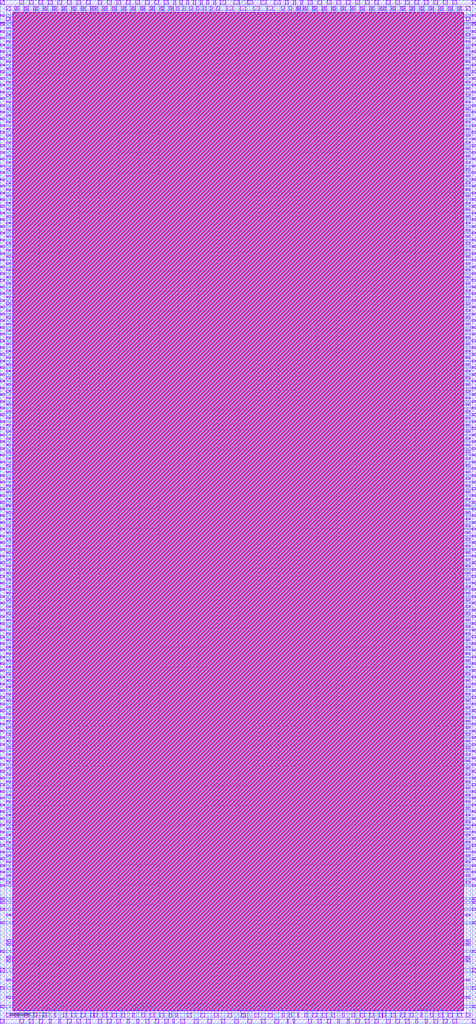
<source format=lef>
# Confidential Information of Artisan Components, Inc.
# Use subject to Artisan Components license.
# Copyright (c) 2022 Artisan Components, Inc.

# ACI Version 2008Q3V1

# Reifier 1.1.2

VERSION 5.5 ;

NAMESCASESENSITIVE ON ;

BUSBITCHARS "[]" ;

#name: High Speed/Density Single Port SRAM Generator|IBM CMRF8SF-LPVT Process
#version: 2008Q3V1
#comment: 
#configuration:  -instname RA1SHD -words 4096 -bits 8 -frequency 1 -ring_width 2.0 -mux 16 -write_mask off -wp_size 8 -top_layer met4 -power_type rings -horiz met3 -vert met4 -cust_comment "" -bus_notation on -left_bus_delim "[" -right_bus_delim "]" -pwr_gnd_rename "VDD:VDD,GND:VSS" -prefix "" -pin_space 0.0 -name_case upper -check_instname on -diodes on -inside_ring_type GND -drive 6 -asvm on -corners ff_1p32v_m40c,ff_1p65v_125c,tt_1p2v_25c,ss_1p08v_125c
MACRO RA1SHD
  FOREIGN RA1SHD 0 0 ;
  SYMMETRY X Y R90 ;
  SIZE 240.6 BY 517.18 ;
  CLASS RING ;
  PIN A[0]
    DIRECTION INPUT ;
    USE SIGNAL ;
    SHAPE ABUTMENT ;
    FOREIGN A[0] ;
    PORT
      LAYER M1 ;
      RECT 137.81 6.24 138.41 6.84 ;
      LAYER M2 ;
      RECT 137.81 6.24 138.41 6.84 ;
      LAYER M3 ;
      RECT 137.81 6.24 138.41 6.84 ;
      LAYER M4 ;
      RECT 137.81 6.24 138.41 6.84 ;
      END
    ANTENNAGATEAREA 0.0384 ;
    ANTENNADIFFAREA 0.0784 ;
    END A[0]
  PIN A[10]
    DIRECTION INPUT ;
    USE SIGNAL ;
    SHAPE ABUTMENT ;
    FOREIGN A[10] ;
    PORT
      LAYER M4 ;
      RECT 93.61 6.24 94.21 6.84 ;
      LAYER M3 ;
      RECT 93.61 6.24 94.21 6.84 ;
      LAYER M2 ;
      RECT 93.61 6.24 94.21 6.84 ;
      LAYER M1 ;
      RECT 93.61 6.24 94.21 6.84 ;
      END
    ANTENNAGATEAREA 0.0384 ;
    ANTENNADIFFAREA 0.0784 ;
    END A[10]
  PIN A[11]
    DIRECTION INPUT ;
    USE SIGNAL ;
    SHAPE ABUTMENT ;
    FOREIGN A[11] ;
    PORT
      LAYER M4 ;
      RECT 90.21 6.24 90.81 6.84 ;
      LAYER M3 ;
      RECT 90.21 6.24 90.81 6.84 ;
      LAYER M2 ;
      RECT 90.21 6.24 90.81 6.84 ;
      LAYER M1 ;
      RECT 90.21 6.24 90.81 6.84 ;
      END
    ANTENNAGATEAREA 0.0384 ;
    ANTENNADIFFAREA 0.0784 ;
    END A[11]
  PIN A[1]
    DIRECTION INPUT ;
    USE SIGNAL ;
    SHAPE ABUTMENT ;
    FOREIGN A[1] ;
    PORT
      LAYER M1 ;
      RECT 134.41 6.24 135.01 6.84 ;
      LAYER M2 ;
      RECT 134.41 6.24 135.01 6.84 ;
      LAYER M3 ;
      RECT 134.41 6.24 135.01 6.84 ;
      LAYER M4 ;
      RECT 134.41 6.24 135.01 6.84 ;
      END
    ANTENNAGATEAREA 0.0384 ;
    ANTENNADIFFAREA 0.0784 ;
    END A[1]
  PIN A[2]
    DIRECTION INPUT ;
    USE SIGNAL ;
    SHAPE ABUTMENT ;
    FOREIGN A[2] ;
    PORT
      LAYER M1 ;
      RECT 131.01 6.24 131.61 6.84 ;
      LAYER M2 ;
      RECT 131.01 6.24 131.61 6.84 ;
      LAYER M3 ;
      RECT 131.01 6.24 131.61 6.84 ;
      LAYER M4 ;
      RECT 131.01 6.24 131.61 6.84 ;
      END
    ANTENNAGATEAREA 0.0384 ;
    ANTENNADIFFAREA 0.0784 ;
    END A[2]
  PIN A[3]
    DIRECTION INPUT ;
    USE SIGNAL ;
    SHAPE ABUTMENT ;
    FOREIGN A[3] ;
    PORT
      LAYER M1 ;
      RECT 127.61 6.24 128.21 6.84 ;
      LAYER M2 ;
      RECT 127.61 6.24 128.21 6.84 ;
      LAYER M3 ;
      RECT 127.61 6.24 128.21 6.84 ;
      LAYER M4 ;
      RECT 127.61 6.24 128.21 6.84 ;
      END
    ANTENNAGATEAREA 0.0384 ;
    ANTENNADIFFAREA 0.0784 ;
    END A[3]
  PIN A[4]
    DIRECTION INPUT ;
    USE SIGNAL ;
    SHAPE ABUTMENT ;
    FOREIGN A[4] ;
    PORT
      LAYER M4 ;
      RECT 120.81 6.24 121.41 6.84 ;
      LAYER M3 ;
      RECT 120.81 6.24 121.41 6.84 ;
      LAYER M2 ;
      RECT 120.81 6.24 121.41 6.84 ;
      LAYER M1 ;
      RECT 120.81 6.24 121.41 6.84 ;
      END
    ANTENNAGATEAREA 0.0384 ;
    ANTENNADIFFAREA 0.0784 ;
    END A[4]
  PIN A[5]
    DIRECTION INPUT ;
    USE SIGNAL ;
    SHAPE ABUTMENT ;
    FOREIGN A[5] ;
    PORT
      LAYER M4 ;
      RECT 117.41 6.24 118.01 6.84 ;
      LAYER M3 ;
      RECT 117.41 6.24 118.01 6.84 ;
      LAYER M2 ;
      RECT 117.41 6.24 118.01 6.84 ;
      LAYER M1 ;
      RECT 117.41 6.24 118.01 6.84 ;
      END
    ANTENNAGATEAREA 0.0384 ;
    ANTENNADIFFAREA 0.0784 ;
    END A[5]
  PIN A[6]
    DIRECTION INPUT ;
    USE SIGNAL ;
    SHAPE ABUTMENT ;
    FOREIGN A[6] ;
    PORT
      LAYER M4 ;
      RECT 114.01 6.24 114.61 6.84 ;
      LAYER M3 ;
      RECT 114.01 6.24 114.61 6.84 ;
      LAYER M2 ;
      RECT 114.01 6.24 114.61 6.84 ;
      LAYER M1 ;
      RECT 114.01 6.24 114.61 6.84 ;
      END
    ANTENNAGATEAREA 0.0384 ;
    ANTENNADIFFAREA 0.0784 ;
    END A[6]
  PIN A[7]
    DIRECTION INPUT ;
    USE SIGNAL ;
    SHAPE ABUTMENT ;
    FOREIGN A[7] ;
    PORT
      LAYER M4 ;
      RECT 107.21 6.24 107.81 6.84 ;
      LAYER M3 ;
      RECT 107.21 6.24 107.81 6.84 ;
      LAYER M2 ;
      RECT 107.21 6.24 107.81 6.84 ;
      LAYER M1 ;
      RECT 107.21 6.24 107.81 6.84 ;
      END
    ANTENNAGATEAREA 0.0384 ;
    ANTENNADIFFAREA 0.0784 ;
    END A[7]
  PIN A[8]
    DIRECTION INPUT ;
    USE SIGNAL ;
    SHAPE ABUTMENT ;
    FOREIGN A[8] ;
    PORT
      LAYER M4 ;
      RECT 103.81 6.24 104.41 6.84 ;
      LAYER M3 ;
      RECT 103.81 6.24 104.41 6.84 ;
      LAYER M2 ;
      RECT 103.81 6.24 104.41 6.84 ;
      LAYER M1 ;
      RECT 103.81 6.24 104.41 6.84 ;
      END
    ANTENNAGATEAREA 0.0384 ;
    ANTENNADIFFAREA 0.0784 ;
    END A[8]
  PIN A[9]
    DIRECTION INPUT ;
    USE SIGNAL ;
    SHAPE ABUTMENT ;
    FOREIGN A[9] ;
    PORT
      LAYER M4 ;
      RECT 100.41 6.24 101.01 6.84 ;
      LAYER M3 ;
      RECT 100.41 6.24 101.01 6.84 ;
      LAYER M2 ;
      RECT 100.41 6.24 101.01 6.84 ;
      LAYER M1 ;
      RECT 100.41 6.24 101.01 6.84 ;
      END
    ANTENNAGATEAREA 0.0384 ;
    ANTENNADIFFAREA 0.0784 ;
    END A[9]
  PIN CEN
    DIRECTION INPUT ;
    USE SIGNAL ;
    SHAPE ABUTMENT ;
    FOREIGN CEN ;
    PORT
      LAYER M1 ;
      RECT 144.01 6.24 144.61 6.84 ;
      LAYER M2 ;
      RECT 144.01 6.24 144.61 6.84 ;
      LAYER M3 ;
      RECT 144.01 6.24 144.61 6.84 ;
      LAYER M4 ;
      RECT 144.01 6.24 144.61 6.84 ;
      END
    ANTENNAGATEAREA 0.0384 ;
    ANTENNADIFFAREA 0.0784 ;
    END CEN
  PIN CLK
    DIRECTION INPUT ;
    USE SIGNAL ;
    SHAPE ABUTMENT ;
    FOREIGN CLK ;
    PORT
      LAYER M1 ;
      RECT 152.89 6.24 153.49 6.84 ;
      LAYER M2 ;
      RECT 152.89 6.24 153.49 6.84 ;
      LAYER M3 ;
      RECT 152.89 6.24 153.49 6.84 ;
      LAYER M4 ;
      RECT 152.89 6.24 153.49 6.84 ;
      END
    ANTENNAGATEAREA 0.0384 ;
    ANTENNADIFFAREA 0.0784 ;
    END CLK
  PIN D[0]
    DIRECTION INPUT ;
    USE SIGNAL ;
    SHAPE ABUTMENT ;
    FOREIGN D[0] ;
    PORT
      LAYER M4 ;
      RECT 23.71 6.24 24.31 6.84 ;
      LAYER M3 ;
      RECT 23.71 6.24 24.31 6.84 ;
      LAYER M2 ;
      RECT 23.71 6.24 24.31 6.84 ;
      LAYER M1 ;
      RECT 23.71 6.24 24.31 6.84 ;
      END
    ANTENNAGATEAREA 0.0384 ;
    ANTENNADIFFAREA 0.0784 ;
    END D[0]
  PIN D[1]
    DIRECTION INPUT ;
    USE SIGNAL ;
    SHAPE ABUTMENT ;
    FOREIGN D[1] ;
    PORT
      LAYER M4 ;
      RECT 30.91 6.24 31.51 6.84 ;
      LAYER M3 ;
      RECT 30.91 6.24 31.51 6.84 ;
      LAYER M2 ;
      RECT 30.91 6.24 31.51 6.84 ;
      LAYER M1 ;
      RECT 30.91 6.24 31.51 6.84 ;
      END
    ANTENNAGATEAREA 0.0384 ;
    ANTENNADIFFAREA 0.0784 ;
    END D[1]
  PIN D[2]
    DIRECTION INPUT ;
    USE SIGNAL ;
    SHAPE ABUTMENT ;
    FOREIGN D[2] ;
    PORT
      LAYER M4 ;
      RECT 63.31 6.24 63.91 6.84 ;
      LAYER M3 ;
      RECT 63.31 6.24 63.91 6.84 ;
      LAYER M2 ;
      RECT 63.31 6.24 63.91 6.84 ;
      LAYER M1 ;
      RECT 63.31 6.24 63.91 6.84 ;
      END
    ANTENNAGATEAREA 0.0384 ;
    ANTENNADIFFAREA 0.0784 ;
    END D[2]
  PIN D[3]
    DIRECTION INPUT ;
    USE SIGNAL ;
    SHAPE ABUTMENT ;
    FOREIGN D[3] ;
    PORT
      LAYER M4 ;
      RECT 70.51 6.24 71.11 6.84 ;
      LAYER M3 ;
      RECT 70.51 6.24 71.11 6.84 ;
      LAYER M2 ;
      RECT 70.51 6.24 71.11 6.84 ;
      LAYER M1 ;
      RECT 70.51 6.24 71.11 6.84 ;
      END
    ANTENNAGATEAREA 0.0384 ;
    ANTENNADIFFAREA 0.0784 ;
    END D[3]
  PIN D[4]
    DIRECTION INPUT ;
    USE SIGNAL ;
    SHAPE ABUTMENT ;
    FOREIGN D[4] ;
    PORT
      LAYER M1 ;
      RECT 169.49 6.24 170.09 6.84 ;
      LAYER M2 ;
      RECT 169.49 6.24 170.09 6.84 ;
      LAYER M3 ;
      RECT 169.49 6.24 170.09 6.84 ;
      LAYER M4 ;
      RECT 169.49 6.24 170.09 6.84 ;
      END
    ANTENNAGATEAREA 0.0384 ;
    ANTENNADIFFAREA 0.0784 ;
    END D[4]
  PIN D[5]
    DIRECTION INPUT ;
    USE SIGNAL ;
    SHAPE ABUTMENT ;
    FOREIGN D[5] ;
    PORT
      LAYER M1 ;
      RECT 176.69 6.24 177.29 6.84 ;
      LAYER M2 ;
      RECT 176.69 6.24 177.29 6.84 ;
      LAYER M3 ;
      RECT 176.69 6.24 177.29 6.84 ;
      LAYER M4 ;
      RECT 176.69 6.24 177.29 6.84 ;
      END
    ANTENNAGATEAREA 0.0384 ;
    ANTENNADIFFAREA 0.0784 ;
    END D[5]
  PIN D[6]
    DIRECTION INPUT ;
    USE SIGNAL ;
    SHAPE ABUTMENT ;
    FOREIGN D[6] ;
    PORT
      LAYER M1 ;
      RECT 209.09 6.24 209.69 6.84 ;
      LAYER M2 ;
      RECT 209.09 6.24 209.69 6.84 ;
      LAYER M3 ;
      RECT 209.09 6.24 209.69 6.84 ;
      LAYER M4 ;
      RECT 209.09 6.24 209.69 6.84 ;
      END
    ANTENNAGATEAREA 0.0384 ;
    ANTENNADIFFAREA 0.0784 ;
    END D[6]
  PIN D[7]
    DIRECTION INPUT ;
    USE SIGNAL ;
    SHAPE ABUTMENT ;
    FOREIGN D[7] ;
    PORT
      LAYER M1 ;
      RECT 216.29 6.24 216.89 6.84 ;
      LAYER M2 ;
      RECT 216.29 6.24 216.89 6.84 ;
      LAYER M3 ;
      RECT 216.29 6.24 216.89 6.84 ;
      LAYER M4 ;
      RECT 216.29 6.24 216.89 6.84 ;
      END
    ANTENNAGATEAREA 0.0384 ;
    ANTENNADIFFAREA 0.0784 ;
    END D[7]
  PIN Q[0]
    DIRECTION OUTPUT ;
    USE SIGNAL ;
    SHAPE ABUTMENT ;
    FOREIGN Q[0] ;
    PORT
      LAYER M4 ;
      RECT 26.11 6.24 26.71 6.84 ;
      LAYER M3 ;
      RECT 26.11 6.24 26.71 6.84 ;
      LAYER M2 ;
      RECT 26.11 6.24 26.71 6.84 ;
      LAYER M1 ;
      RECT 26.11 6.24 26.71 6.84 ;
      END
    ANTENNAGATEAREA 0.0384 ;
    ANTENNADIFFAREA 0.0784 ;
    END Q[0]
  PIN Q[1]
    DIRECTION OUTPUT ;
    USE SIGNAL ;
    SHAPE ABUTMENT ;
    FOREIGN Q[1] ;
    PORT
      LAYER M4 ;
      RECT 28.51 6.24 29.11 6.84 ;
      LAYER M3 ;
      RECT 28.51 6.24 29.11 6.84 ;
      LAYER M2 ;
      RECT 28.51 6.24 29.11 6.84 ;
      LAYER M1 ;
      RECT 28.51 6.24 29.11 6.84 ;
      END
    ANTENNAGATEAREA 0.0384 ;
    ANTENNADIFFAREA 0.0784 ;
    END Q[1]
  PIN Q[2]
    DIRECTION OUTPUT ;
    USE SIGNAL ;
    SHAPE ABUTMENT ;
    FOREIGN Q[2] ;
    PORT
      LAYER M4 ;
      RECT 65.71 6.24 66.31 6.84 ;
      LAYER M3 ;
      RECT 65.71 6.24 66.31 6.84 ;
      LAYER M2 ;
      RECT 65.71 6.24 66.31 6.84 ;
      LAYER M1 ;
      RECT 65.71 6.24 66.31 6.84 ;
      END
    ANTENNAGATEAREA 0.0384 ;
    ANTENNADIFFAREA 0.0784 ;
    END Q[2]
  PIN Q[3]
    DIRECTION OUTPUT ;
    USE SIGNAL ;
    SHAPE ABUTMENT ;
    FOREIGN Q[3] ;
    PORT
      LAYER M4 ;
      RECT 68.11 6.24 68.71 6.84 ;
      LAYER M3 ;
      RECT 68.11 6.24 68.71 6.84 ;
      LAYER M2 ;
      RECT 68.11 6.24 68.71 6.84 ;
      LAYER M1 ;
      RECT 68.11 6.24 68.71 6.84 ;
      END
    ANTENNAGATEAREA 0.0384 ;
    ANTENNADIFFAREA 0.0784 ;
    END Q[3]
  PIN Q[4]
    DIRECTION OUTPUT ;
    USE SIGNAL ;
    SHAPE ABUTMENT ;
    FOREIGN Q[4] ;
    PORT
      LAYER M1 ;
      RECT 171.89 6.24 172.49 6.84 ;
      LAYER M2 ;
      RECT 171.89 6.24 172.49 6.84 ;
      LAYER M3 ;
      RECT 171.89 6.24 172.49 6.84 ;
      LAYER M4 ;
      RECT 171.89 6.24 172.49 6.84 ;
      END
    ANTENNAGATEAREA 0.0384 ;
    ANTENNADIFFAREA 0.0784 ;
    END Q[4]
  PIN Q[5]
    DIRECTION OUTPUT ;
    USE SIGNAL ;
    SHAPE ABUTMENT ;
    FOREIGN Q[5] ;
    PORT
      LAYER M1 ;
      RECT 174.29 6.24 174.89 6.84 ;
      LAYER M2 ;
      RECT 174.29 6.24 174.89 6.84 ;
      LAYER M3 ;
      RECT 174.29 6.24 174.89 6.84 ;
      LAYER M4 ;
      RECT 174.29 6.24 174.89 6.84 ;
      END
    ANTENNAGATEAREA 0.0384 ;
    ANTENNADIFFAREA 0.0784 ;
    END Q[5]
  PIN Q[6]
    DIRECTION OUTPUT ;
    USE SIGNAL ;
    SHAPE ABUTMENT ;
    FOREIGN Q[6] ;
    PORT
      LAYER M1 ;
      RECT 211.49 6.24 212.09 6.84 ;
      LAYER M2 ;
      RECT 211.49 6.24 212.09 6.84 ;
      LAYER M3 ;
      RECT 211.49 6.24 212.09 6.84 ;
      LAYER M4 ;
      RECT 211.49 6.24 212.09 6.84 ;
      END
    ANTENNAGATEAREA 0.0384 ;
    ANTENNADIFFAREA 0.0784 ;
    END Q[6]
  PIN Q[7]
    DIRECTION OUTPUT ;
    USE SIGNAL ;
    SHAPE ABUTMENT ;
    FOREIGN Q[7] ;
    PORT
      LAYER M1 ;
      RECT 213.89 6.24 214.49 6.84 ;
      LAYER M2 ;
      RECT 213.89 6.24 214.49 6.84 ;
      LAYER M3 ;
      RECT 213.89 6.24 214.49 6.84 ;
      LAYER M4 ;
      RECT 213.89 6.24 214.49 6.84 ;
      END
    ANTENNAGATEAREA 0.0384 ;
    ANTENNADIFFAREA 0.0784 ;
    END Q[7]
  PIN WEN
    DIRECTION INPUT ;
    USE SIGNAL ;
    SHAPE ABUTMENT ;
    FOREIGN WEN ;
    PORT
      LAYER M1 ;
      RECT 149.27 6.24 149.87 6.84 ;
      LAYER M2 ;
      RECT 149.27 6.24 149.87 6.84 ;
      LAYER M3 ;
      RECT 149.27 6.24 149.87 6.84 ;
      LAYER M4 ;
      RECT 149.27 6.24 149.87 6.84 ;
      END
    ANTENNAGATEAREA 0.0384 ;
    ANTENNADIFFAREA 0.0784 ;
    END WEN
  PIN VSS
    DIRECTION INOUT ;
    USE GROUND ;
    SHAPE RING ;
    PORT
      LAYER M3 ;
      RECT 3.12 512.06 237.48 514.06 ;
      END
    PORT
      LAYER M3 ;
      RECT 3.12 3.12 237.48 5.12 ;
      END
    PORT
      LAYER M4 ;
      RECT 235.48 3.12 237.48 514.06 ;
      END
    PORT
      LAYER M4 ;
      RECT 3.12 3.12 5.12 514.06 ;
      END
    END VSS
  PIN VDD
    DIRECTION INOUT ;
    USE POWER ;
    SHAPE RING ;
    PORT
      LAYER M3 ;
      RECT 0.0 515.18 240.6 517.18 ;
      END
    PORT
      LAYER M3 ;
      RECT 0.0 0.0 240.6 2.0 ;
      END
    PORT
      LAYER M4 ;
      RECT 238.6 0.0 240.6 517.18 ;
      END
    PORT
      LAYER M4 ;
      RECT 0.0 0.0 2.0 517.18 ;
      END
    END VDD
  OBS
    #core
    LAYER V1 ;
    RECT 6.24 6.24 234.36 510.94 ;
    LAYER V2 ;
    RECT 6.24 6.24 234.36 510.94 ;
    LAYER V3 ;
    RECT 6.24 6.24 234.36 510.94 ;
    LAYER OVERLAP ;
    RECT 6.24 6.24 234.36 510.94 ;
    #notched core
    LAYER M1 SPACING 0.16 ;
    POLYGON 6.24 510.94 6.24 6.24 23.55 6.24 23.55 7.0 24.47 7.0 24.47 6.24
      25.95 6.24 25.95 7.0 26.87 7.0 26.87 6.24 28.35 6.24 28.35 7.0
      29.27 7.0 29.27 6.24 30.75 6.24 30.75 7.0 31.67 7.0 31.67 6.24
      63.15 6.24 63.15 7.0 64.07 7.0 64.07 6.24 65.55 6.24 65.55 7.0
      66.47 7.0 66.47 6.24 67.95 6.24 67.95 7.0 68.87 7.0 68.87 6.24
      70.35 6.24 70.35 7.0 71.27 7.0 71.27 6.24 90.05 6.24 90.05 7.0
      90.97 7.0 90.97 6.24 93.45 6.24 93.45 7.0 94.37 7.0 94.37 6.24
      100.25 6.24 100.25 7.0 101.17 7.0 101.17 6.24 103.65 6.24 103.65 7.0
      104.57 7.0 104.57 6.24 107.05 6.24 107.05 7.0 107.97 7.0 107.97 6.24
      113.85 6.24 113.85 7.0 114.77 7.0 114.77 6.24 117.25 6.24 117.25 7.0
      118.17 7.0 118.17 6.24 120.65 6.24 120.65 7.0 121.57 7.0 121.57 6.24
      127.45 6.24 127.45 7.0 128.37 7.0 128.37 6.24 130.85 6.24 130.85 7.0
      131.77 7.0 131.77 6.24 134.25 6.24 134.25 7.0 135.17 7.0 135.17 6.24
      137.65 6.24 137.65 7.0 138.57 7.0 138.57 6.24 143.85 6.24 143.85 7.0
      144.77 7.0 144.77 6.24 149.11 6.24 149.11 7.0 150.03 7.0 150.03 6.24
      152.73 6.24 152.73 7.0 153.65 7.0 153.65 6.24 169.33 6.24 169.33 7.0
      170.25 7.0 170.25 6.24 171.73 6.24 171.73 7.0 172.65 7.0 172.65 6.24
      174.13 6.24 174.13 7.0 175.05 7.0 175.05 6.24 176.53 6.24 176.53 7.0
      177.45 7.0 177.45 6.24 208.93 6.24 208.93 7.0 209.85 7.0 209.85 6.24
      211.33 6.24 211.33 7.0 212.25 7.0 212.25 6.24 213.73 6.24 213.73 7.0
      214.65 7.0 214.65 6.24 216.13 6.24 216.13 7.0 217.05 7.0 217.05 6.24
      234.36 6.24 234.36 510.94 ;
    #notched core
    LAYER M2 SPACING 0.2 ;
    POLYGON 6.24 510.94 6.24 6.24 23.51 6.24 23.51 7.04 24.51 7.04 24.51 6.24
      25.91 6.24 25.91 7.04 26.91 7.04 26.91 6.24 28.31 6.24 28.31 7.04
      29.31 7.04 29.31 6.24 30.71 6.24 30.71 7.04 31.71 7.04 31.71 6.24
      63.11 6.24 63.11 7.04 64.11 7.04 64.11 6.24 65.51 6.24 65.51 7.04
      66.51 7.04 66.51 6.24 67.91 6.24 67.91 7.04 68.91 7.04 68.91 6.24
      70.31 6.24 70.31 7.04 71.31 7.04 71.31 6.24 90.01 6.24 90.01 7.04
      91.01 7.04 91.01 6.24 93.41 6.24 93.41 7.04 94.41 7.04 94.41 6.24
      100.21 6.24 100.21 7.04 101.21 7.04 101.21 6.24 103.61 6.24 103.61 7.04
      104.61 7.04 104.61 6.24 107.01 6.24 107.01 7.04 108.01 7.04 108.01 6.24
      113.81 6.24 113.81 7.04 114.81 7.04 114.81 6.24 117.21 6.24 117.21 7.04
      118.21 7.04 118.21 6.24 120.61 6.24 120.61 7.04 121.61 7.04 121.61 6.24
      127.41 6.24 127.41 7.04 128.41 7.04 128.41 6.24 130.81 6.24 130.81 7.04
      131.81 7.04 131.81 6.24 134.21 6.24 134.21 7.04 135.21 7.04 135.21 6.24
      137.61 6.24 137.61 7.04 138.61 7.04 138.61 6.24 143.81 6.24 143.81 7.04
      144.81 7.04 144.81 6.24 149.07 6.24 149.07 7.04 150.07 7.04 150.07 6.24
      152.69 6.24 152.69 7.04 153.69 7.04 153.69 6.24 169.29 6.24 169.29 7.04
      170.29 7.04 170.29 6.24 171.69 6.24 171.69 7.04 172.69 7.04 172.69 6.24
      174.09 6.24 174.09 7.04 175.09 7.04 175.09 6.24 176.49 6.24 176.49 7.04
      177.49 7.04 177.49 6.24 208.89 6.24 208.89 7.04 209.89 7.04 209.89 6.24
      211.29 6.24 211.29 7.04 212.29 7.04 212.29 6.24 213.69 6.24 213.69 7.04
      214.69 7.04 214.69 6.24 216.09 6.24 216.09 7.04 217.09 7.04 217.09 6.24
      234.36 6.24 234.36 510.94 ;
    #notched core
    LAYER M3 SPACING 0.2 ;
    POLYGON 6.24 510.94 6.24 6.24 23.51 6.24 23.51 7.04 24.51 7.04 24.51 6.24
      25.91 6.24 25.91 7.04 26.91 7.04 26.91 6.24 28.31 6.24 28.31 7.04
      29.31 7.04 29.31 6.24 30.71 6.24 30.71 7.04 31.71 7.04 31.71 6.24
      63.11 6.24 63.11 7.04 64.11 7.04 64.11 6.24 65.51 6.24 65.51 7.04
      66.51 7.04 66.51 6.24 67.91 6.24 67.91 7.04 68.91 7.04 68.91 6.24
      70.31 6.24 70.31 7.04 71.31 7.04 71.31 6.24 90.01 6.24 90.01 7.04
      91.01 7.04 91.01 6.24 93.41 6.24 93.41 7.04 94.41 7.04 94.41 6.24
      100.21 6.24 100.21 7.04 101.21 7.04 101.21 6.24 103.61 6.24 103.61 7.04
      104.61 7.04 104.61 6.24 107.01 6.24 107.01 7.04 108.01 7.04 108.01 6.24
      113.81 6.24 113.81 7.04 114.81 7.04 114.81 6.24 117.21 6.24 117.21 7.04
      118.21 7.04 118.21 6.24 120.61 6.24 120.61 7.04 121.61 7.04 121.61 6.24
      127.41 6.24 127.41 7.04 128.41 7.04 128.41 6.24 130.81 6.24 130.81 7.04
      131.81 7.04 131.81 6.24 134.21 6.24 134.21 7.04 135.21 7.04 135.21 6.24
      137.61 6.24 137.61 7.04 138.61 7.04 138.61 6.24 143.81 6.24 143.81 7.04
      144.81 7.04 144.81 6.24 149.07 6.24 149.07 7.04 150.07 7.04 150.07 6.24
      152.69 6.24 152.69 7.04 153.69 7.04 153.69 6.24 169.29 6.24 169.29 7.04
      170.29 7.04 170.29 6.24 171.69 6.24 171.69 7.04 172.69 7.04 172.69 6.24
      174.09 6.24 174.09 7.04 175.09 7.04 175.09 6.24 176.49 6.24 176.49 7.04
      177.49 7.04 177.49 6.24 208.89 6.24 208.89 7.04 209.89 7.04 209.89 6.24
      211.29 6.24 211.29 7.04 212.29 7.04 212.29 6.24 213.69 6.24 213.69 7.04
      214.69 7.04 214.69 6.24 216.09 6.24 216.09 7.04 217.09 7.04 217.09 6.24
      234.36 6.24 234.36 510.94 ;
    #notched core
    LAYER M4 SPACING 0.2 ;
    POLYGON 6.24 510.94 6.24 6.24 23.51 6.24 23.51 7.04 24.51 7.04 24.51 6.24
      25.91 6.24 25.91 7.04 26.91 7.04 26.91 6.24 28.31 6.24 28.31 7.04
      29.31 7.04 29.31 6.24 30.71 6.24 30.71 7.04 31.71 7.04 31.71 6.24
      63.11 6.24 63.11 7.04 64.11 7.04 64.11 6.24 65.51 6.24 65.51 7.04
      66.51 7.04 66.51 6.24 67.91 6.24 67.91 7.04 68.91 7.04 68.91 6.24
      70.31 6.24 70.31 7.04 71.31 7.04 71.31 6.24 90.01 6.24 90.01 7.04
      91.01 7.04 91.01 6.24 93.41 6.24 93.41 7.04 94.41 7.04 94.41 6.24
      100.21 6.24 100.21 7.04 101.21 7.04 101.21 6.24 103.61 6.24 103.61 7.04
      104.61 7.04 104.61 6.24 107.01 6.24 107.01 7.04 108.01 7.04 108.01 6.24
      113.81 6.24 113.81 7.04 114.81 7.04 114.81 6.24 117.21 6.24 117.21 7.04
      118.21 7.04 118.21 6.24 120.61 6.24 120.61 7.04 121.61 7.04 121.61 6.24
      127.41 6.24 127.41 7.04 128.41 7.04 128.41 6.24 130.81 6.24 130.81 7.04
      131.81 7.04 131.81 6.24 134.21 6.24 134.21 7.04 135.21 7.04 135.21 6.24
      137.61 6.24 137.61 7.04 138.61 7.04 138.61 6.24 143.81 6.24 143.81 7.04
      144.81 7.04 144.81 6.24 149.07 6.24 149.07 7.04 150.07 7.04 150.07 6.24
      152.69 6.24 152.69 7.04 153.69 7.04 153.69 6.24 169.29 6.24 169.29 7.04
      170.29 7.04 170.29 6.24 171.69 6.24 171.69 7.04 172.69 7.04 172.69 6.24
      174.09 6.24 174.09 7.04 175.09 7.04 175.09 6.24 176.49 6.24 176.49 7.04
      177.49 7.04 177.49 6.24 208.89 6.24 208.89 7.04 209.89 7.04 209.89 6.24
      211.29 6.24 211.29 7.04 212.29 7.04 212.29 6.24 213.69 6.24 213.69 7.04
      214.69 7.04 214.69 6.24 216.09 6.24 216.09 7.04 217.09 7.04 217.09 6.24
      234.36 6.24 234.36 510.94 ;
    #power fingers
    LAYER M4 ;
    RECT 9.81 510.94 11.81 517.18 ;
    LAYER M4 ;
    RECT 14.61 510.94 16.61 517.18 ;
    LAYER M4 ;
    RECT 19.41 510.94 21.41 517.18 ;
    LAYER M4 ;
    RECT 24.21 510.94 26.21 517.18 ;
    LAYER M4 ;
    RECT 29.01 510.94 31.01 517.18 ;
    LAYER M4 ;
    RECT 33.81 510.94 35.81 517.18 ;
    LAYER M4 ;
    RECT 38.61 510.94 40.61 517.18 ;
    LAYER M4 ;
    RECT 43.41 510.94 45.41 517.18 ;
    LAYER M4 ;
    RECT 49.41 510.94 51.41 517.18 ;
    LAYER M4 ;
    RECT 54.21 510.94 56.21 517.18 ;
    LAYER M4 ;
    RECT 59.01 510.94 61.01 517.18 ;
    LAYER M4 ;
    RECT 63.81 510.94 65.81 517.18 ;
    LAYER M4 ;
    RECT 68.61 510.94 70.61 517.18 ;
    LAYER M4 ;
    RECT 73.41 510.94 75.41 517.18 ;
    LAYER M4 ;
    RECT 78.21 510.94 80.21 517.18 ;
    LAYER M4 ;
    RECT 83.01 510.94 85.01 517.18 ;
    LAYER M4 ;
    RECT 87.81 510.94 88.61 517.18 ;
    LAYER M4 ;
    RECT 90.81 510.94 91.91 517.18 ;
    LAYER M4 ;
    RECT 94.21 510.94 95.31 517.18 ;
    LAYER M4 ;
    RECT 97.61 510.94 98.71 517.18 ;
    LAYER M4 ;
    RECT 101.01 510.94 102.11 517.18 ;
    LAYER M4 ;
    RECT 104.41 510.94 105.51 517.18 ;
    LAYER M4 ;
    RECT 107.81 510.94 108.91 517.18 ;
    LAYER M4 ;
    RECT 111.21 510.94 114.01 517.18 ;
    LAYER M4 ;
    RECT 118.01 510.94 120.81 517.18 ;
    LAYER M4 ;
    RECT 124.81 510.94 127.61 517.18 ;
    LAYER M4 ;
    RECT 131.61 510.94 134.41 517.18 ;
    LAYER M4 ;
    RECT 138.41 510.94 141.65 517.18 ;
    LAYER M4 ;
    RECT 144.17 510.94 145.49 517.18 ;
    LAYER M4 ;
    RECT 148.01 510.94 149.33 517.18 ;
    LAYER M4 ;
    RECT 151.99 510.94 152.79 517.18 ;
    LAYER M4 ;
    RECT 155.59 510.94 157.59 517.18 ;
    LAYER M4 ;
    RECT 160.39 510.94 162.39 517.18 ;
    LAYER M4 ;
    RECT 165.19 510.94 167.19 517.18 ;
    LAYER M4 ;
    RECT 169.99 510.94 171.99 517.18 ;
    LAYER M4 ;
    RECT 174.79 510.94 176.79 517.18 ;
    LAYER M4 ;
    RECT 179.59 510.94 181.59 517.18 ;
    LAYER M4 ;
    RECT 184.39 510.94 186.39 517.18 ;
    LAYER M4 ;
    RECT 189.19 510.94 191.19 517.18 ;
    LAYER M4 ;
    RECT 195.19 510.94 197.19 517.18 ;
    LAYER M4 ;
    RECT 199.99 510.94 201.99 517.18 ;
    LAYER M4 ;
    RECT 204.79 510.94 206.79 517.18 ;
    LAYER M4 ;
    RECT 209.59 510.94 211.59 517.18 ;
    LAYER M4 ;
    RECT 214.39 510.94 216.39 517.18 ;
    LAYER M4 ;
    RECT 219.19 510.94 221.19 517.18 ;
    LAYER M4 ;
    RECT 223.99 510.94 225.99 517.18 ;
    LAYER M4 ;
    RECT 228.79 510.94 230.79 517.18 ;
    LAYER M4 ;
    RECT 9.81 0.0 11.79 6.24 ;
    LAYER M4 ;
    RECT 14.61 0.0 16.59 6.24 ;
    LAYER M4 ;
    RECT 19.81 0.0 21.41 6.24 ;
    LAYER M4 ;
    RECT 24.71 0.0 25.71 6.24 ;
    LAYER M4 ;
    RECT 29.51 0.0 30.51 6.24 ;
    LAYER M4 ;
    RECT 33.84 0.0 35.81 6.24 ;
    LAYER M4 ;
    RECT 38.63 0.0 40.61 6.24 ;
    LAYER M4 ;
    RECT 43.43 0.0 45.41 6.24 ;
    LAYER M4 ;
    RECT 49.41 0.0 51.39 6.24 ;
    LAYER M4 ;
    RECT 54.21 0.0 56.19 6.24 ;
    LAYER M4 ;
    RECT 59.01 0.0 60.98 6.24 ;
    LAYER M4 ;
    RECT 64.31 0.0 65.31 6.24 ;
    LAYER M4 ;
    RECT 69.11 0.0 70.11 6.24 ;
    LAYER M4 ;
    RECT 73.44 0.0 75.41 6.24 ;
    LAYER M4 ;
    RECT 78.23 0.0 80.21 6.24 ;
    LAYER M4 ;
    RECT 83.03 0.0 85.01 6.24 ;
    LAYER M4 ;
    RECT 87.21 0.0 88.01 6.24 ;
    LAYER M4 ;
    RECT 91.23 0.0 93.19 6.24 ;
    LAYER M4 ;
    RECT 98.01 0.0 99.99 6.24 ;
    LAYER M4 ;
    RECT 104.83 0.0 106.79 6.24 ;
    LAYER M4 ;
    RECT 111.61 0.0 113.59 6.24 ;
    LAYER M4 ;
    RECT 118.43 0.0 120.39 6.24 ;
    LAYER M4 ;
    RECT 125.21 0.0 127.19 6.24 ;
    LAYER M4 ;
    RECT 132.03 0.0 133.99 6.24 ;
    LAYER M4 ;
    RECT 138.83 0.0 140.83 6.24 ;
    LAYER M4 ;
    RECT 145.01 0.0 145.61 6.24 ;
    LAYER M4 ;
    RECT 148.01 0.0 148.87 6.24 ;
    LAYER M4 ;
    RECT 155.59 0.0 157.57 6.24 ;
    LAYER M4 ;
    RECT 160.39 0.0 162.37 6.24 ;
    LAYER M4 ;
    RECT 165.19 0.0 167.16 6.24 ;
    LAYER M4 ;
    RECT 170.49 0.0 171.49 6.24 ;
    LAYER M4 ;
    RECT 175.29 0.0 176.29 6.24 ;
    LAYER M4 ;
    RECT 179.62 0.0 181.59 6.24 ;
    LAYER M4 ;
    RECT 184.41 0.0 186.39 6.24 ;
    LAYER M4 ;
    RECT 189.21 0.0 191.19 6.24 ;
    LAYER M4 ;
    RECT 195.19 0.0 197.17 6.24 ;
    LAYER M4 ;
    RECT 199.99 0.0 201.97 6.24 ;
    LAYER M4 ;
    RECT 204.79 0.0 206.76 6.24 ;
    LAYER M4 ;
    RECT 210.09 0.0 211.09 6.24 ;
    LAYER M4 ;
    RECT 214.89 0.0 215.89 6.24 ;
    LAYER M4 ;
    RECT 219.21 0.0 221.19 6.24 ;
    LAYER M4 ;
    RECT 224.01 0.0 225.99 6.24 ;
    LAYER M4 ;
    RECT 228.81 0.0 230.79 6.24 ;
    LAYER M3 ;
    RECT 234.36 7.94 240.6 9.14 ;
    LAYER M3 ;
    RECT 234.36 17.26 240.6 18.46 ;
    LAYER M3 ;
    RECT 234.36 25.81 240.6 27.81 ;
    LAYER M3 ;
    RECT 234.36 35.91 240.6 36.91 ;
    LAYER M3 ;
    RECT 234.36 50.24 240.6 51.24 ;
    LAYER M3 ;
    RECT 234.36 57.02 240.6 58.02 ;
    LAYER M3 ;
    RECT 234.36 60.6 240.6 61.6 ;
    LAYER M3 ;
    RECT 234.36 62.45 240.6 63.45 ;
    LAYER M3 ;
    RECT 234.36 69.16 240.6 69.96 ;
    LAYER M3 ;
    RECT 234.36 72.56 240.6 73.36 ;
    LAYER M3 ;
    RECT 234.36 75.96 240.6 76.76 ;
    LAYER M3 ;
    RECT 234.36 79.36 240.6 80.16 ;
    LAYER M3 ;
    RECT 234.36 82.76 240.6 83.56 ;
    LAYER M3 ;
    RECT 234.36 86.16 240.6 86.96 ;
    LAYER M3 ;
    RECT 234.36 89.56 240.6 90.36 ;
    LAYER M3 ;
    RECT 234.36 92.96 240.6 93.76 ;
    LAYER M3 ;
    RECT 234.36 96.36 240.6 97.16 ;
    LAYER M3 ;
    RECT 234.36 99.76 240.6 100.56 ;
    LAYER M3 ;
    RECT 234.36 103.16 240.6 103.96 ;
    LAYER M3 ;
    RECT 234.36 106.56 240.6 107.36 ;
    LAYER M3 ;
    RECT 234.36 109.96 240.6 110.76 ;
    LAYER M3 ;
    RECT 234.36 113.36 240.6 114.16 ;
    LAYER M3 ;
    RECT 234.36 116.76 240.6 117.56 ;
    LAYER M3 ;
    RECT 234.36 120.16 240.6 120.96 ;
    LAYER M3 ;
    RECT 234.36 123.56 240.6 124.36 ;
    LAYER M3 ;
    RECT 234.36 126.96 240.6 127.76 ;
    LAYER M3 ;
    RECT 234.36 130.36 240.6 131.16 ;
    LAYER M3 ;
    RECT 234.36 133.76 240.6 134.56 ;
    LAYER M3 ;
    RECT 234.36 137.16 240.6 137.96 ;
    LAYER M3 ;
    RECT 234.36 140.56 240.6 141.36 ;
    LAYER M3 ;
    RECT 234.36 143.96 240.6 144.76 ;
    LAYER M3 ;
    RECT 234.36 147.36 240.6 148.16 ;
    LAYER M3 ;
    RECT 234.36 150.76 240.6 151.56 ;
    LAYER M3 ;
    RECT 234.36 154.16 240.6 154.96 ;
    LAYER M3 ;
    RECT 234.36 157.56 240.6 158.36 ;
    LAYER M3 ;
    RECT 234.36 160.96 240.6 161.76 ;
    LAYER M3 ;
    RECT 234.36 164.36 240.6 165.16 ;
    LAYER M3 ;
    RECT 234.36 167.76 240.6 168.56 ;
    LAYER M3 ;
    RECT 234.36 171.16 240.6 171.96 ;
    LAYER M3 ;
    RECT 234.36 174.56 240.6 175.36 ;
    LAYER M3 ;
    RECT 234.36 177.96 240.6 178.76 ;
    LAYER M3 ;
    RECT 234.36 181.36 240.6 182.16 ;
    LAYER M3 ;
    RECT 234.36 184.76 240.6 185.56 ;
    LAYER M3 ;
    RECT 234.36 188.16 240.6 188.96 ;
    LAYER M3 ;
    RECT 234.36 191.56 240.6 192.36 ;
    LAYER M3 ;
    RECT 234.36 194.96 240.6 195.76 ;
    LAYER M3 ;
    RECT 234.36 198.36 240.6 199.16 ;
    LAYER M3 ;
    RECT 234.36 201.76 240.6 202.56 ;
    LAYER M3 ;
    RECT 234.36 205.16 240.6 205.96 ;
    LAYER M3 ;
    RECT 234.36 208.56 240.6 209.36 ;
    LAYER M3 ;
    RECT 234.36 211.96 240.6 212.76 ;
    LAYER M3 ;
    RECT 234.36 215.36 240.6 216.16 ;
    LAYER M3 ;
    RECT 234.36 218.76 240.6 219.56 ;
    LAYER M3 ;
    RECT 234.36 222.16 240.6 222.96 ;
    LAYER M3 ;
    RECT 234.36 225.56 240.6 226.36 ;
    LAYER M3 ;
    RECT 234.36 228.96 240.6 229.76 ;
    LAYER M3 ;
    RECT 234.36 232.36 240.6 233.16 ;
    LAYER M3 ;
    RECT 234.36 235.76 240.6 236.56 ;
    LAYER M3 ;
    RECT 234.36 239.16 240.6 239.96 ;
    LAYER M3 ;
    RECT 234.36 242.56 240.6 243.36 ;
    LAYER M3 ;
    RECT 234.36 245.96 240.6 246.76 ;
    LAYER M3 ;
    RECT 234.36 249.36 240.6 250.16 ;
    LAYER M3 ;
    RECT 234.36 252.76 240.6 253.56 ;
    LAYER M3 ;
    RECT 234.36 256.16 240.6 256.96 ;
    LAYER M3 ;
    RECT 234.36 259.56 240.6 260.36 ;
    LAYER M3 ;
    RECT 234.36 262.96 240.6 263.76 ;
    LAYER M3 ;
    RECT 234.36 266.36 240.6 267.16 ;
    LAYER M3 ;
    RECT 234.36 269.76 240.6 270.56 ;
    LAYER M3 ;
    RECT 234.36 273.16 240.6 273.96 ;
    LAYER M3 ;
    RECT 234.36 276.56 240.6 277.36 ;
    LAYER M3 ;
    RECT 234.36 279.96 240.6 280.76 ;
    LAYER M3 ;
    RECT 234.36 283.36 240.6 284.16 ;
    LAYER M3 ;
    RECT 234.36 286.76 240.6 287.56 ;
    LAYER M3 ;
    RECT 234.36 290.16 240.6 290.96 ;
    LAYER M3 ;
    RECT 234.36 293.56 240.6 294.36 ;
    LAYER M3 ;
    RECT 234.36 296.96 240.6 297.76 ;
    LAYER M3 ;
    RECT 234.36 300.36 240.6 301.16 ;
    LAYER M3 ;
    RECT 234.36 303.76 240.6 304.56 ;
    LAYER M3 ;
    RECT 234.36 307.16 240.6 307.96 ;
    LAYER M3 ;
    RECT 234.36 310.56 240.6 311.36 ;
    LAYER M3 ;
    RECT 234.36 313.96 240.6 314.76 ;
    LAYER M3 ;
    RECT 234.36 317.36 240.6 318.16 ;
    LAYER M3 ;
    RECT 234.36 320.76 240.6 321.56 ;
    LAYER M3 ;
    RECT 234.36 324.16 240.6 324.96 ;
    LAYER M3 ;
    RECT 234.36 327.56 240.6 328.36 ;
    LAYER M3 ;
    RECT 234.36 330.96 240.6 331.76 ;
    LAYER M3 ;
    RECT 234.36 334.36 240.6 335.16 ;
    LAYER M3 ;
    RECT 234.36 337.76 240.6 338.56 ;
    LAYER M3 ;
    RECT 234.36 341.16 240.6 341.96 ;
    LAYER M3 ;
    RECT 234.36 344.56 240.6 345.36 ;
    LAYER M3 ;
    RECT 234.36 347.96 240.6 348.76 ;
    LAYER M3 ;
    RECT 234.36 351.36 240.6 352.16 ;
    LAYER M3 ;
    RECT 234.36 354.76 240.6 355.56 ;
    LAYER M3 ;
    RECT 234.36 358.16 240.6 358.96 ;
    LAYER M3 ;
    RECT 234.36 361.56 240.6 362.36 ;
    LAYER M3 ;
    RECT 234.36 364.96 240.6 365.76 ;
    LAYER M3 ;
    RECT 234.36 368.36 240.6 369.16 ;
    LAYER M3 ;
    RECT 234.36 371.76 240.6 372.56 ;
    LAYER M3 ;
    RECT 234.36 375.16 240.6 375.96 ;
    LAYER M3 ;
    RECT 234.36 378.56 240.6 379.36 ;
    LAYER M3 ;
    RECT 234.36 381.96 240.6 382.76 ;
    LAYER M3 ;
    RECT 234.36 385.36 240.6 386.16 ;
    LAYER M3 ;
    RECT 234.36 388.76 240.6 389.56 ;
    LAYER M3 ;
    RECT 234.36 392.16 240.6 392.96 ;
    LAYER M3 ;
    RECT 234.36 395.56 240.6 396.36 ;
    LAYER M3 ;
    RECT 234.36 398.96 240.6 399.76 ;
    LAYER M3 ;
    RECT 234.36 402.36 240.6 403.16 ;
    LAYER M3 ;
    RECT 234.36 405.76 240.6 406.56 ;
    LAYER M3 ;
    RECT 234.36 409.16 240.6 409.96 ;
    LAYER M3 ;
    RECT 234.36 412.56 240.6 413.36 ;
    LAYER M3 ;
    RECT 234.36 415.96 240.6 416.76 ;
    LAYER M3 ;
    RECT 234.36 419.36 240.6 420.16 ;
    LAYER M3 ;
    RECT 234.36 422.76 240.6 423.56 ;
    LAYER M3 ;
    RECT 234.36 426.16 240.6 426.96 ;
    LAYER M3 ;
    RECT 234.36 429.56 240.6 430.36 ;
    LAYER M3 ;
    RECT 234.36 432.96 240.6 433.76 ;
    LAYER M3 ;
    RECT 234.36 436.36 240.6 437.16 ;
    LAYER M3 ;
    RECT 234.36 439.76 240.6 440.56 ;
    LAYER M3 ;
    RECT 234.36 443.16 240.6 443.96 ;
    LAYER M3 ;
    RECT 234.36 446.56 240.6 447.36 ;
    LAYER M3 ;
    RECT 234.36 449.96 240.6 450.76 ;
    LAYER M3 ;
    RECT 234.36 453.36 240.6 454.16 ;
    LAYER M3 ;
    RECT 234.36 456.76 240.6 457.56 ;
    LAYER M3 ;
    RECT 234.36 460.16 240.6 460.96 ;
    LAYER M3 ;
    RECT 234.36 463.56 240.6 464.36 ;
    LAYER M3 ;
    RECT 234.36 466.96 240.6 467.76 ;
    LAYER M3 ;
    RECT 234.36 470.36 240.6 471.16 ;
    LAYER M3 ;
    RECT 234.36 473.76 240.6 474.56 ;
    LAYER M3 ;
    RECT 234.36 477.16 240.6 477.96 ;
    LAYER M3 ;
    RECT 234.36 480.56 240.6 481.36 ;
    LAYER M3 ;
    RECT 234.36 483.96 240.6 484.76 ;
    LAYER M3 ;
    RECT 234.36 487.36 240.6 488.16 ;
    LAYER M3 ;
    RECT 234.36 490.76 240.6 491.56 ;
    LAYER M3 ;
    RECT 234.36 494.16 240.6 494.96 ;
    LAYER M3 ;
    RECT 234.36 497.56 240.6 498.36 ;
    LAYER M3 ;
    RECT 234.36 500.96 240.6 501.76 ;
    LAYER M3 ;
    RECT 234.36 504.36 240.6 505.16 ;
    LAYER M3 ;
    RECT 234.36 505.6 240.6 506.0 ;
    LAYER M3 ;
    RECT 234.36 509.0 240.6 509.8 ;
    LAYER M3 ;
    RECT 0.0 7.94 6.24 9.14 ;
    LAYER M3 ;
    RECT 0.0 17.26 6.24 18.46 ;
    LAYER M3 ;
    RECT 0.0 25.81 6.24 27.81 ;
    LAYER M3 ;
    RECT 0.0 35.91 6.24 36.91 ;
    LAYER M3 ;
    RECT 0.0 50.24 6.24 51.24 ;
    LAYER M3 ;
    RECT 0.0 57.02 6.24 58.02 ;
    LAYER M3 ;
    RECT 0.0 60.6 6.24 61.6 ;
    LAYER M3 ;
    RECT 0.0 62.45 6.24 63.45 ;
    LAYER M3 ;
    RECT 0.0 69.16 6.24 69.96 ;
    LAYER M3 ;
    RECT 0.0 72.56 6.24 73.36 ;
    LAYER M3 ;
    RECT 0.0 75.96 6.24 76.76 ;
    LAYER M3 ;
    RECT 0.0 79.36 6.24 80.16 ;
    LAYER M3 ;
    RECT 0.0 82.76 6.24 83.56 ;
    LAYER M3 ;
    RECT 0.0 86.16 6.24 86.96 ;
    LAYER M3 ;
    RECT 0.0 89.56 6.24 90.36 ;
    LAYER M3 ;
    RECT 0.0 92.96 6.24 93.76 ;
    LAYER M3 ;
    RECT 0.0 96.36 6.24 97.16 ;
    LAYER M3 ;
    RECT 0.0 99.76 6.24 100.56 ;
    LAYER M3 ;
    RECT 0.0 103.16 6.24 103.96 ;
    LAYER M3 ;
    RECT 0.0 106.56 6.24 107.36 ;
    LAYER M3 ;
    RECT 0.0 109.96 6.24 110.76 ;
    LAYER M3 ;
    RECT 0.0 113.36 6.24 114.16 ;
    LAYER M3 ;
    RECT 0.0 116.76 6.24 117.56 ;
    LAYER M3 ;
    RECT 0.0 120.16 6.24 120.96 ;
    LAYER M3 ;
    RECT 0.0 123.56 6.24 124.36 ;
    LAYER M3 ;
    RECT 0.0 126.96 6.24 127.76 ;
    LAYER M3 ;
    RECT 0.0 130.36 6.24 131.16 ;
    LAYER M3 ;
    RECT 0.0 133.76 6.24 134.56 ;
    LAYER M3 ;
    RECT 0.0 137.16 6.24 137.96 ;
    LAYER M3 ;
    RECT 0.0 140.56 6.24 141.36 ;
    LAYER M3 ;
    RECT 0.0 143.96 6.24 144.76 ;
    LAYER M3 ;
    RECT 0.0 147.36 6.24 148.16 ;
    LAYER M3 ;
    RECT 0.0 150.76 6.24 151.56 ;
    LAYER M3 ;
    RECT 0.0 154.16 6.24 154.96 ;
    LAYER M3 ;
    RECT 0.0 157.56 6.24 158.36 ;
    LAYER M3 ;
    RECT 0.0 160.96 6.24 161.76 ;
    LAYER M3 ;
    RECT 0.0 164.36 6.24 165.16 ;
    LAYER M3 ;
    RECT 0.0 167.76 6.24 168.56 ;
    LAYER M3 ;
    RECT 0.0 171.16 6.24 171.96 ;
    LAYER M3 ;
    RECT 0.0 174.56 6.24 175.36 ;
    LAYER M3 ;
    RECT 0.0 177.96 6.24 178.76 ;
    LAYER M3 ;
    RECT 0.0 181.36 6.24 182.16 ;
    LAYER M3 ;
    RECT 0.0 184.76 6.24 185.56 ;
    LAYER M3 ;
    RECT 0.0 188.16 6.24 188.96 ;
    LAYER M3 ;
    RECT 0.0 191.56 6.24 192.36 ;
    LAYER M3 ;
    RECT 0.0 194.96 6.24 195.76 ;
    LAYER M3 ;
    RECT 0.0 198.36 6.24 199.16 ;
    LAYER M3 ;
    RECT 0.0 201.76 6.24 202.56 ;
    LAYER M3 ;
    RECT 0.0 205.16 6.24 205.96 ;
    LAYER M3 ;
    RECT 0.0 208.56 6.24 209.36 ;
    LAYER M3 ;
    RECT 0.0 211.96 6.24 212.76 ;
    LAYER M3 ;
    RECT 0.0 215.36 6.24 216.16 ;
    LAYER M3 ;
    RECT 0.0 218.76 6.24 219.56 ;
    LAYER M3 ;
    RECT 0.0 222.16 6.24 222.96 ;
    LAYER M3 ;
    RECT 0.0 225.56 6.24 226.36 ;
    LAYER M3 ;
    RECT 0.0 228.96 6.24 229.76 ;
    LAYER M3 ;
    RECT 0.0 232.36 6.24 233.16 ;
    LAYER M3 ;
    RECT 0.0 235.76 6.24 236.56 ;
    LAYER M3 ;
    RECT 0.0 239.16 6.24 239.96 ;
    LAYER M3 ;
    RECT 0.0 242.56 6.24 243.36 ;
    LAYER M3 ;
    RECT 0.0 245.96 6.24 246.76 ;
    LAYER M3 ;
    RECT 0.0 249.36 6.24 250.16 ;
    LAYER M3 ;
    RECT 0.0 252.76 6.24 253.56 ;
    LAYER M3 ;
    RECT 0.0 256.16 6.24 256.96 ;
    LAYER M3 ;
    RECT 0.0 259.56 6.24 260.36 ;
    LAYER M3 ;
    RECT 0.0 262.96 6.24 263.76 ;
    LAYER M3 ;
    RECT 0.0 266.36 6.24 267.16 ;
    LAYER M3 ;
    RECT 0.0 269.76 6.24 270.56 ;
    LAYER M3 ;
    RECT 0.0 273.16 6.24 273.96 ;
    LAYER M3 ;
    RECT 0.0 276.56 6.24 277.36 ;
    LAYER M3 ;
    RECT 0.0 279.96 6.24 280.76 ;
    LAYER M3 ;
    RECT 0.0 283.36 6.24 284.16 ;
    LAYER M3 ;
    RECT 0.0 286.76 6.24 287.56 ;
    LAYER M3 ;
    RECT 0.0 290.16 6.24 290.96 ;
    LAYER M3 ;
    RECT 0.0 293.56 6.24 294.36 ;
    LAYER M3 ;
    RECT 0.0 296.96 6.24 297.76 ;
    LAYER M3 ;
    RECT 0.0 300.36 6.24 301.16 ;
    LAYER M3 ;
    RECT 0.0 303.76 6.24 304.56 ;
    LAYER M3 ;
    RECT 0.0 307.16 6.24 307.96 ;
    LAYER M3 ;
    RECT 0.0 310.56 6.24 311.36 ;
    LAYER M3 ;
    RECT 0.0 313.96 6.24 314.76 ;
    LAYER M3 ;
    RECT 0.0 317.36 6.24 318.16 ;
    LAYER M3 ;
    RECT 0.0 320.76 6.24 321.56 ;
    LAYER M3 ;
    RECT 0.0 324.16 6.24 324.96 ;
    LAYER M3 ;
    RECT 0.0 327.56 6.24 328.36 ;
    LAYER M3 ;
    RECT 0.0 330.96 6.24 331.76 ;
    LAYER M3 ;
    RECT 0.0 334.36 6.24 335.16 ;
    LAYER M3 ;
    RECT 0.0 337.76 6.24 338.56 ;
    LAYER M3 ;
    RECT 0.0 341.16 6.24 341.96 ;
    LAYER M3 ;
    RECT 0.0 344.56 6.24 345.36 ;
    LAYER M3 ;
    RECT 0.0 347.96 6.24 348.76 ;
    LAYER M3 ;
    RECT 0.0 351.36 6.24 352.16 ;
    LAYER M3 ;
    RECT 0.0 354.76 6.24 355.56 ;
    LAYER M3 ;
    RECT 0.0 358.16 6.24 358.96 ;
    LAYER M3 ;
    RECT 0.0 361.56 6.24 362.36 ;
    LAYER M3 ;
    RECT 0.0 364.96 6.24 365.76 ;
    LAYER M3 ;
    RECT 0.0 368.36 6.24 369.16 ;
    LAYER M3 ;
    RECT 0.0 371.76 6.24 372.56 ;
    LAYER M3 ;
    RECT 0.0 375.16 6.24 375.96 ;
    LAYER M3 ;
    RECT 0.0 378.56 6.24 379.36 ;
    LAYER M3 ;
    RECT 0.0 381.96 6.24 382.76 ;
    LAYER M3 ;
    RECT 0.0 385.36 6.24 386.16 ;
    LAYER M3 ;
    RECT 0.0 388.76 6.24 389.56 ;
    LAYER M3 ;
    RECT 0.0 392.16 6.24 392.96 ;
    LAYER M3 ;
    RECT 0.0 395.56 6.24 396.36 ;
    LAYER M3 ;
    RECT 0.0 398.96 6.24 399.76 ;
    LAYER M3 ;
    RECT 0.0 402.36 6.24 403.16 ;
    LAYER M3 ;
    RECT 0.0 405.76 6.24 406.56 ;
    LAYER M3 ;
    RECT 0.0 409.16 6.24 409.96 ;
    LAYER M3 ;
    RECT 0.0 412.56 6.24 413.36 ;
    LAYER M3 ;
    RECT 0.0 415.96 6.24 416.76 ;
    LAYER M3 ;
    RECT 0.0 419.36 6.24 420.16 ;
    LAYER M3 ;
    RECT 0.0 422.76 6.24 423.56 ;
    LAYER M3 ;
    RECT 0.0 426.16 6.24 426.96 ;
    LAYER M3 ;
    RECT 0.0 429.56 6.24 430.36 ;
    LAYER M3 ;
    RECT 0.0 432.96 6.24 433.76 ;
    LAYER M3 ;
    RECT 0.0 436.36 6.24 437.16 ;
    LAYER M3 ;
    RECT 0.0 439.76 6.24 440.56 ;
    LAYER M3 ;
    RECT 0.0 443.16 6.24 443.96 ;
    LAYER M3 ;
    RECT 0.0 446.56 6.24 447.36 ;
    LAYER M3 ;
    RECT 0.0 449.96 6.24 450.76 ;
    LAYER M3 ;
    RECT 0.0 453.36 6.24 454.16 ;
    LAYER M3 ;
    RECT 0.0 456.76 6.24 457.56 ;
    LAYER M3 ;
    RECT 0.0 460.16 6.24 460.96 ;
    LAYER M3 ;
    RECT 0.0 463.56 6.24 464.36 ;
    LAYER M3 ;
    RECT 0.0 466.96 6.24 467.76 ;
    LAYER M3 ;
    RECT 0.0 470.36 6.24 471.16 ;
    LAYER M3 ;
    RECT 0.0 473.76 6.24 474.56 ;
    LAYER M3 ;
    RECT 0.0 477.16 6.24 477.96 ;
    LAYER M3 ;
    RECT 0.0 480.56 6.24 481.36 ;
    LAYER M3 ;
    RECT 0.0 483.96 6.24 484.76 ;
    LAYER M3 ;
    RECT 0.0 487.36 6.24 488.16 ;
    LAYER M3 ;
    RECT 0.0 490.76 6.24 491.56 ;
    LAYER M3 ;
    RECT 0.0 494.16 6.24 494.96 ;
    LAYER M3 ;
    RECT 0.0 497.56 6.24 498.36 ;
    LAYER M3 ;
    RECT 0.0 500.96 6.24 501.76 ;
    LAYER M3 ;
    RECT 0.0 504.36 6.24 505.16 ;
    LAYER M3 ;
    RECT 0.0 505.6 6.24 506.0 ;
    LAYER M3 ;
    RECT 0.0 509.0 6.24 509.8 ;
    #gnd fingers
    LAYER M4 ;
    RECT 7.41 510.94 8.21 514.06 ;
    LAYER M4 ;
    RECT 8.61 510.94 9.41 514.06 ;
    LAYER M4 ;
    RECT 12.21 510.94 13.01 514.06 ;
    LAYER M4 ;
    RECT 13.41 510.94 14.21 514.06 ;
    LAYER M4 ;
    RECT 17.01 510.94 17.81 514.06 ;
    LAYER M4 ;
    RECT 18.21 510.94 19.01 514.06 ;
    LAYER M4 ;
    RECT 21.81 510.94 22.61 514.06 ;
    LAYER M4 ;
    RECT 23.01 510.94 23.81 514.06 ;
    LAYER M4 ;
    RECT 26.61 510.94 27.41 514.06 ;
    LAYER M4 ;
    RECT 27.81 510.94 28.61 514.06 ;
    LAYER M4 ;
    RECT 31.41 510.94 32.21 514.06 ;
    LAYER M4 ;
    RECT 32.61 510.94 33.41 514.06 ;
    LAYER M4 ;
    RECT 36.21 510.94 37.01 514.06 ;
    LAYER M4 ;
    RECT 37.41 510.94 38.21 514.06 ;
    LAYER M4 ;
    RECT 41.01 510.94 41.81 514.06 ;
    LAYER M4 ;
    RECT 42.21 510.94 43.01 514.06 ;
    LAYER M4 ;
    RECT 45.81 510.94 46.61 514.06 ;
    LAYER M4 ;
    RECT 47.01 510.94 47.81 514.06 ;
    LAYER M4 ;
    RECT 48.21 510.94 49.01 514.06 ;
    LAYER M4 ;
    RECT 51.81 510.94 52.61 514.06 ;
    LAYER M4 ;
    RECT 53.01 510.94 53.81 514.06 ;
    LAYER M4 ;
    RECT 56.61 510.94 57.41 514.06 ;
    LAYER M4 ;
    RECT 57.81 510.94 58.61 514.06 ;
    LAYER M4 ;
    RECT 61.41 510.94 62.21 514.06 ;
    LAYER M4 ;
    RECT 62.61 510.94 63.41 514.06 ;
    LAYER M4 ;
    RECT 66.21 510.94 67.01 514.06 ;
    LAYER M4 ;
    RECT 67.41 510.94 68.21 514.06 ;
    LAYER M4 ;
    RECT 71.01 510.94 71.81 514.06 ;
    LAYER M4 ;
    RECT 72.21 510.94 73.01 514.06 ;
    LAYER M4 ;
    RECT 75.81 510.94 76.61 514.06 ;
    LAYER M4 ;
    RECT 77.01 510.94 77.81 514.06 ;
    LAYER M4 ;
    RECT 80.61 510.94 81.41 514.06 ;
    LAYER M4 ;
    RECT 81.81 510.94 82.61 514.06 ;
    LAYER M4 ;
    RECT 85.41 510.94 86.21 514.06 ;
    LAYER M4 ;
    RECT 86.61 510.94 87.41 514.06 ;
    LAYER M4 ;
    RECT 89.11 510.94 90.21 514.06 ;
    LAYER M4 ;
    RECT 92.51 510.94 93.61 514.06 ;
    LAYER M4 ;
    RECT 95.91 510.94 97.01 514.06 ;
    LAYER M4 ;
    RECT 99.31 510.94 100.41 514.06 ;
    LAYER M4 ;
    RECT 102.71 510.94 103.81 514.06 ;
    LAYER M4 ;
    RECT 106.11 510.94 107.21 514.06 ;
    LAYER M4 ;
    RECT 109.51 510.94 110.61 514.06 ;
    LAYER M4 ;
    RECT 114.61 510.94 117.41 514.06 ;
    LAYER M4 ;
    RECT 121.41 510.94 124.21 514.06 ;
    LAYER M4 ;
    RECT 128.21 510.94 131.01 514.06 ;
    LAYER M4 ;
    RECT 135.01 510.94 137.81 514.06 ;
    LAYER M4 ;
    RECT 142.25 510.94 143.57 514.06 ;
    LAYER M4 ;
    RECT 146.09 510.94 147.41 514.06 ;
    LAYER M4 ;
    RECT 149.93 510.94 150.39 514.06 ;
    LAYER M4 ;
    RECT 150.79 510.94 151.59 514.06 ;
    LAYER M4 ;
    RECT 153.19 510.94 153.99 514.06 ;
    LAYER M4 ;
    RECT 154.39 510.94 155.19 514.06 ;
    LAYER M4 ;
    RECT 157.99 510.94 158.79 514.06 ;
    LAYER M4 ;
    RECT 159.19 510.94 159.99 514.06 ;
    LAYER M4 ;
    RECT 162.79 510.94 163.59 514.06 ;
    LAYER M4 ;
    RECT 163.99 510.94 164.79 514.06 ;
    LAYER M4 ;
    RECT 167.59 510.94 168.39 514.06 ;
    LAYER M4 ;
    RECT 168.79 510.94 169.59 514.06 ;
    LAYER M4 ;
    RECT 172.39 510.94 173.19 514.06 ;
    LAYER M4 ;
    RECT 173.59 510.94 174.39 514.06 ;
    LAYER M4 ;
    RECT 177.19 510.94 177.99 514.06 ;
    LAYER M4 ;
    RECT 178.39 510.94 179.19 514.06 ;
    LAYER M4 ;
    RECT 181.99 510.94 182.79 514.06 ;
    LAYER M4 ;
    RECT 183.19 510.94 183.99 514.06 ;
    LAYER M4 ;
    RECT 186.79 510.94 187.59 514.06 ;
    LAYER M4 ;
    RECT 187.99 510.94 188.79 514.06 ;
    LAYER M4 ;
    RECT 191.59 510.94 192.39 514.06 ;
    LAYER M4 ;
    RECT 192.79 510.94 193.59 514.06 ;
    LAYER M4 ;
    RECT 193.99 510.94 194.79 514.06 ;
    LAYER M4 ;
    RECT 197.59 510.94 198.39 514.06 ;
    LAYER M4 ;
    RECT 198.79 510.94 199.59 514.06 ;
    LAYER M4 ;
    RECT 202.39 510.94 203.19 514.06 ;
    LAYER M4 ;
    RECT 203.59 510.94 204.39 514.06 ;
    LAYER M4 ;
    RECT 207.19 510.94 207.99 514.06 ;
    LAYER M4 ;
    RECT 208.39 510.94 209.19 514.06 ;
    LAYER M4 ;
    RECT 211.99 510.94 212.79 514.06 ;
    LAYER M4 ;
    RECT 213.19 510.94 213.99 514.06 ;
    LAYER M4 ;
    RECT 216.79 510.94 217.59 514.06 ;
    LAYER M4 ;
    RECT 217.99 510.94 218.79 514.06 ;
    LAYER M4 ;
    RECT 221.59 510.94 222.39 514.06 ;
    LAYER M4 ;
    RECT 222.79 510.94 223.59 514.06 ;
    LAYER M4 ;
    RECT 226.39 510.94 227.19 514.06 ;
    LAYER M4 ;
    RECT 227.59 510.94 228.39 514.06 ;
    LAYER M4 ;
    RECT 231.19 510.94 231.99 514.06 ;
    LAYER M4 ;
    RECT 232.39 510.94 233.19 514.06 ;
    LAYER M4 ;
    RECT 7.41 3.12 9.41 6.24 ;
    LAYER M4 ;
    RECT 12.21 3.12 14.19 6.24 ;
    LAYER M4 ;
    RECT 17.01 3.12 18.41 6.24 ;
    LAYER M4 ;
    RECT 21.81 3.12 23.31 6.24 ;
    LAYER M4 ;
    RECT 27.21 3.12 28.01 6.24 ;
    LAYER M4 ;
    RECT 31.91 3.12 33.41 6.24 ;
    LAYER M4 ;
    RECT 36.21 3.12 38.21 6.24 ;
    LAYER M4 ;
    RECT 41.03 3.12 43.01 6.24 ;
    LAYER M4 ;
    RECT 45.81 3.12 47.21 6.24 ;
    LAYER M4 ;
    RECT 47.61 3.12 49.01 6.24 ;
    LAYER M4 ;
    RECT 51.81 3.12 53.79 6.24 ;
    LAYER M4 ;
    RECT 56.61 3.12 58.61 6.24 ;
    LAYER M4 ;
    RECT 61.41 3.12 62.91 6.24 ;
    LAYER M4 ;
    RECT 66.81 3.12 67.61 6.24 ;
    LAYER M4 ;
    RECT 71.51 3.12 73.01 6.24 ;
    LAYER M4 ;
    RECT 75.81 3.12 77.81 6.24 ;
    LAYER M4 ;
    RECT 80.63 3.12 82.61 6.24 ;
    LAYER M4 ;
    RECT 85.41 3.12 86.71 6.24 ;
    LAYER M4 ;
    RECT 88.81 3.12 89.79 6.24 ;
    LAYER M4 ;
    RECT 94.63 3.12 96.61 6.24 ;
    LAYER M4 ;
    RECT 101.43 3.12 103.39 6.24 ;
    LAYER M4 ;
    RECT 108.23 3.12 110.21 6.24 ;
    LAYER M4 ;
    RECT 115.03 3.12 116.99 6.24 ;
    LAYER M4 ;
    RECT 121.83 3.12 123.81 6.24 ;
    LAYER M4 ;
    RECT 128.63 3.12 130.59 6.24 ;
    LAYER M4 ;
    RECT 135.43 3.12 137.39 6.24 ;
    LAYER M4 ;
    RECT 142.62 3.12 143.57 6.24 ;
    LAYER M4 ;
    RECT 146.09 3.12 147.41 6.24 ;
    LAYER M4 ;
    RECT 150.29 3.12 150.89 6.24 ;
    LAYER M4 ;
    RECT 153.89 3.12 155.19 6.24 ;
    LAYER M4 ;
    RECT 157.99 3.12 159.97 6.24 ;
    LAYER M4 ;
    RECT 162.79 3.12 164.79 6.24 ;
    LAYER M4 ;
    RECT 167.59 3.12 169.09 6.24 ;
    LAYER M4 ;
    RECT 172.99 3.12 173.79 6.24 ;
    LAYER M4 ;
    RECT 177.69 3.12 179.19 6.24 ;
    LAYER M4 ;
    RECT 181.99 3.12 183.99 6.24 ;
    LAYER M4 ;
    RECT 186.81 3.12 188.79 6.24 ;
    LAYER M4 ;
    RECT 191.59 3.12 192.99 6.24 ;
    LAYER M4 ;
    RECT 193.39 3.12 194.79 6.24 ;
    LAYER M4 ;
    RECT 197.59 3.12 199.57 6.24 ;
    LAYER M4 ;
    RECT 202.39 3.12 204.39 6.24 ;
    LAYER M4 ;
    RECT 207.19 3.12 208.69 6.24 ;
    LAYER M4 ;
    RECT 212.59 3.12 213.39 6.24 ;
    LAYER M4 ;
    RECT 217.29 3.12 218.79 6.24 ;
    LAYER M4 ;
    RECT 221.59 3.12 223.59 6.24 ;
    LAYER M4 ;
    RECT 226.41 3.12 228.39 6.24 ;
    LAYER M4 ;
    RECT 231.19 3.12 233.19 6.24 ;
    LAYER M3 ;
    RECT 234.36 12.64 237.48 13.74 ;
    LAYER M3 ;
    RECT 234.36 21.41 237.48 22.21 ;
    LAYER M3 ;
    RECT 234.36 31.13 237.48 32.13 ;
    LAYER M3 ;
    RECT 234.36 32.98 237.48 33.98 ;
    LAYER M3 ;
    RECT 234.36 39.44 237.48 40.44 ;
    LAYER M3 ;
    RECT 234.36 41.29 237.48 42.29 ;
    LAYER M3 ;
    RECT 234.36 54.22 237.48 55.22 ;
    LAYER M3 ;
    RECT 234.36 70.86 237.48 71.66 ;
    LAYER M3 ;
    RECT 234.36 74.26 237.48 75.06 ;
    LAYER M3 ;
    RECT 234.36 77.66 237.48 78.46 ;
    LAYER M3 ;
    RECT 234.36 81.06 237.48 81.86 ;
    LAYER M3 ;
    RECT 234.36 84.46 237.48 85.26 ;
    LAYER M3 ;
    RECT 234.36 87.86 237.48 88.66 ;
    LAYER M3 ;
    RECT 234.36 91.26 237.48 92.06 ;
    LAYER M3 ;
    RECT 234.36 94.66 237.48 95.46 ;
    LAYER M3 ;
    RECT 234.36 98.06 237.48 98.86 ;
    LAYER M3 ;
    RECT 234.36 101.46 237.48 102.26 ;
    LAYER M3 ;
    RECT 234.36 104.86 237.48 105.66 ;
    LAYER M3 ;
    RECT 234.36 108.26 237.48 109.06 ;
    LAYER M3 ;
    RECT 234.36 111.66 237.48 112.46 ;
    LAYER M3 ;
    RECT 234.36 115.06 237.48 115.86 ;
    LAYER M3 ;
    RECT 234.36 118.46 237.48 119.26 ;
    LAYER M3 ;
    RECT 234.36 121.86 237.48 122.66 ;
    LAYER M3 ;
    RECT 234.36 125.26 237.48 126.06 ;
    LAYER M3 ;
    RECT 234.36 128.66 237.48 129.46 ;
    LAYER M3 ;
    RECT 234.36 132.06 237.48 132.86 ;
    LAYER M3 ;
    RECT 234.36 135.46 237.48 136.26 ;
    LAYER M3 ;
    RECT 234.36 138.86 237.48 139.66 ;
    LAYER M3 ;
    RECT 234.36 142.26 237.48 143.06 ;
    LAYER M3 ;
    RECT 234.36 145.66 237.48 146.46 ;
    LAYER M3 ;
    RECT 234.36 149.06 237.48 149.86 ;
    LAYER M3 ;
    RECT 234.36 152.46 237.48 153.26 ;
    LAYER M3 ;
    RECT 234.36 155.86 237.48 156.66 ;
    LAYER M3 ;
    RECT 234.36 159.26 237.48 160.06 ;
    LAYER M3 ;
    RECT 234.36 162.66 237.48 163.46 ;
    LAYER M3 ;
    RECT 234.36 166.06 237.48 166.86 ;
    LAYER M3 ;
    RECT 234.36 169.46 237.48 170.26 ;
    LAYER M3 ;
    RECT 234.36 172.86 237.48 173.66 ;
    LAYER M3 ;
    RECT 234.36 176.26 237.48 177.06 ;
    LAYER M3 ;
    RECT 234.36 179.66 237.48 180.46 ;
    LAYER M3 ;
    RECT 234.36 183.06 237.48 183.86 ;
    LAYER M3 ;
    RECT 234.36 186.46 237.48 187.26 ;
    LAYER M3 ;
    RECT 234.36 189.86 237.48 190.66 ;
    LAYER M3 ;
    RECT 234.36 193.26 237.48 194.06 ;
    LAYER M3 ;
    RECT 234.36 196.66 237.48 197.46 ;
    LAYER M3 ;
    RECT 234.36 200.06 237.48 200.86 ;
    LAYER M3 ;
    RECT 234.36 203.46 237.48 204.26 ;
    LAYER M3 ;
    RECT 234.36 206.86 237.48 207.66 ;
    LAYER M3 ;
    RECT 234.36 210.26 237.48 211.06 ;
    LAYER M3 ;
    RECT 234.36 213.66 237.48 214.46 ;
    LAYER M3 ;
    RECT 234.36 217.06 237.48 217.86 ;
    LAYER M3 ;
    RECT 234.36 220.46 237.48 221.26 ;
    LAYER M3 ;
    RECT 234.36 223.86 237.48 224.66 ;
    LAYER M3 ;
    RECT 234.36 227.26 237.48 228.06 ;
    LAYER M3 ;
    RECT 234.36 230.66 237.48 231.46 ;
    LAYER M3 ;
    RECT 234.36 234.06 237.48 234.86 ;
    LAYER M3 ;
    RECT 234.36 237.46 237.48 238.26 ;
    LAYER M3 ;
    RECT 234.36 240.86 237.48 241.66 ;
    LAYER M3 ;
    RECT 234.36 244.26 237.48 245.06 ;
    LAYER M3 ;
    RECT 234.36 247.66 237.48 248.46 ;
    LAYER M3 ;
    RECT 234.36 251.06 237.48 251.86 ;
    LAYER M3 ;
    RECT 234.36 254.46 237.48 255.26 ;
    LAYER M3 ;
    RECT 234.36 257.86 237.48 258.66 ;
    LAYER M3 ;
    RECT 234.36 261.26 237.48 262.06 ;
    LAYER M3 ;
    RECT 234.36 264.66 237.48 265.46 ;
    LAYER M3 ;
    RECT 234.36 268.06 237.48 268.86 ;
    LAYER M3 ;
    RECT 234.36 271.46 237.48 272.26 ;
    LAYER M3 ;
    RECT 234.36 274.86 237.48 275.66 ;
    LAYER M3 ;
    RECT 234.36 278.26 237.48 279.06 ;
    LAYER M3 ;
    RECT 234.36 281.66 237.48 282.46 ;
    LAYER M3 ;
    RECT 234.36 285.06 237.48 285.86 ;
    LAYER M3 ;
    RECT 234.36 288.46 237.48 289.26 ;
    LAYER M3 ;
    RECT 234.36 291.86 237.48 292.66 ;
    LAYER M3 ;
    RECT 234.36 295.26 237.48 296.06 ;
    LAYER M3 ;
    RECT 234.36 298.66 237.48 299.46 ;
    LAYER M3 ;
    RECT 234.36 302.06 237.48 302.86 ;
    LAYER M3 ;
    RECT 234.36 305.46 237.48 306.26 ;
    LAYER M3 ;
    RECT 234.36 308.86 237.48 309.66 ;
    LAYER M3 ;
    RECT 234.36 312.26 237.48 313.06 ;
    LAYER M3 ;
    RECT 234.36 315.66 237.48 316.46 ;
    LAYER M3 ;
    RECT 234.36 319.06 237.48 319.86 ;
    LAYER M3 ;
    RECT 234.36 322.46 237.48 323.26 ;
    LAYER M3 ;
    RECT 234.36 325.86 237.48 326.66 ;
    LAYER M3 ;
    RECT 234.36 329.26 237.48 330.06 ;
    LAYER M3 ;
    RECT 234.36 332.66 237.48 333.46 ;
    LAYER M3 ;
    RECT 234.36 336.06 237.48 336.86 ;
    LAYER M3 ;
    RECT 234.36 339.46 237.48 340.26 ;
    LAYER M3 ;
    RECT 234.36 342.86 237.48 343.66 ;
    LAYER M3 ;
    RECT 234.36 346.26 237.48 347.06 ;
    LAYER M3 ;
    RECT 234.36 349.66 237.48 350.46 ;
    LAYER M3 ;
    RECT 234.36 353.06 237.48 353.86 ;
    LAYER M3 ;
    RECT 234.36 356.46 237.48 357.26 ;
    LAYER M3 ;
    RECT 234.36 359.86 237.48 360.66 ;
    LAYER M3 ;
    RECT 234.36 363.26 237.48 364.06 ;
    LAYER M3 ;
    RECT 234.36 366.66 237.48 367.46 ;
    LAYER M3 ;
    RECT 234.36 370.06 237.48 370.86 ;
    LAYER M3 ;
    RECT 234.36 373.46 237.48 374.26 ;
    LAYER M3 ;
    RECT 234.36 376.86 237.48 377.66 ;
    LAYER M3 ;
    RECT 234.36 380.26 237.48 381.06 ;
    LAYER M3 ;
    RECT 234.36 383.66 237.48 384.46 ;
    LAYER M3 ;
    RECT 234.36 387.06 237.48 387.86 ;
    LAYER M3 ;
    RECT 234.36 390.46 237.48 391.26 ;
    LAYER M3 ;
    RECT 234.36 393.86 237.48 394.66 ;
    LAYER M3 ;
    RECT 234.36 397.26 237.48 398.06 ;
    LAYER M3 ;
    RECT 234.36 400.66 237.48 401.46 ;
    LAYER M3 ;
    RECT 234.36 404.06 237.48 404.86 ;
    LAYER M3 ;
    RECT 234.36 407.46 237.48 408.26 ;
    LAYER M3 ;
    RECT 234.36 410.86 237.48 411.66 ;
    LAYER M3 ;
    RECT 234.36 414.26 237.48 415.06 ;
    LAYER M3 ;
    RECT 234.36 417.66 237.48 418.46 ;
    LAYER M3 ;
    RECT 234.36 421.06 237.48 421.86 ;
    LAYER M3 ;
    RECT 234.36 424.46 237.48 425.26 ;
    LAYER M3 ;
    RECT 234.36 427.86 237.48 428.66 ;
    LAYER M3 ;
    RECT 234.36 431.26 237.48 432.06 ;
    LAYER M3 ;
    RECT 234.36 434.66 237.48 435.46 ;
    LAYER M3 ;
    RECT 234.36 438.06 237.48 438.86 ;
    LAYER M3 ;
    RECT 234.36 441.46 237.48 442.26 ;
    LAYER M3 ;
    RECT 234.36 444.86 237.48 445.66 ;
    LAYER M3 ;
    RECT 234.36 448.26 237.48 449.06 ;
    LAYER M3 ;
    RECT 234.36 451.66 237.48 452.46 ;
    LAYER M3 ;
    RECT 234.36 455.06 237.48 455.86 ;
    LAYER M3 ;
    RECT 234.36 458.46 237.48 459.26 ;
    LAYER M3 ;
    RECT 234.36 461.86 237.48 462.66 ;
    LAYER M3 ;
    RECT 234.36 465.26 237.48 466.06 ;
    LAYER M3 ;
    RECT 234.36 468.66 237.48 469.46 ;
    LAYER M3 ;
    RECT 234.36 472.06 237.48 472.86 ;
    LAYER M3 ;
    RECT 234.36 475.46 237.48 476.26 ;
    LAYER M3 ;
    RECT 234.36 478.86 237.48 479.66 ;
    LAYER M3 ;
    RECT 234.36 482.26 237.48 483.06 ;
    LAYER M3 ;
    RECT 234.36 485.66 237.48 486.46 ;
    LAYER M3 ;
    RECT 234.36 489.06 237.48 489.86 ;
    LAYER M3 ;
    RECT 234.36 492.46 237.48 493.26 ;
    LAYER M3 ;
    RECT 234.36 495.86 237.48 496.66 ;
    LAYER M3 ;
    RECT 234.36 499.26 237.48 500.06 ;
    LAYER M3 ;
    RECT 234.36 502.66 237.48 503.46 ;
    LAYER M3 ;
    RECT 234.36 506.6 237.48 508.6 ;
    LAYER M3 ;
    RECT 3.12 12.64 6.24 13.74 ;
    LAYER M3 ;
    RECT 3.12 21.41 6.24 22.21 ;
    LAYER M3 ;
    RECT 3.12 31.13 6.24 32.13 ;
    LAYER M3 ;
    RECT 3.12 32.98 6.24 33.98 ;
    LAYER M3 ;
    RECT 3.12 39.44 6.24 40.44 ;
    LAYER M3 ;
    RECT 3.12 41.29 6.24 42.29 ;
    LAYER M3 ;
    RECT 3.12 54.22 6.24 55.22 ;
    LAYER M3 ;
    RECT 3.12 70.86 6.24 71.66 ;
    LAYER M3 ;
    RECT 3.12 74.26 6.24 75.06 ;
    LAYER M3 ;
    RECT 3.12 77.66 6.24 78.46 ;
    LAYER M3 ;
    RECT 3.12 81.06 6.24 81.86 ;
    LAYER M3 ;
    RECT 3.12 84.46 6.24 85.26 ;
    LAYER M3 ;
    RECT 3.12 87.86 6.24 88.66 ;
    LAYER M3 ;
    RECT 3.12 91.26 6.24 92.06 ;
    LAYER M3 ;
    RECT 3.12 94.66 6.24 95.46 ;
    LAYER M3 ;
    RECT 3.12 98.06 6.24 98.86 ;
    LAYER M3 ;
    RECT 3.12 101.46 6.24 102.26 ;
    LAYER M3 ;
    RECT 3.12 104.86 6.24 105.66 ;
    LAYER M3 ;
    RECT 3.12 108.26 6.24 109.06 ;
    LAYER M3 ;
    RECT 3.12 111.66 6.24 112.46 ;
    LAYER M3 ;
    RECT 3.12 115.06 6.24 115.86 ;
    LAYER M3 ;
    RECT 3.12 118.46 6.24 119.26 ;
    LAYER M3 ;
    RECT 3.12 121.86 6.24 122.66 ;
    LAYER M3 ;
    RECT 3.12 125.26 6.24 126.06 ;
    LAYER M3 ;
    RECT 3.12 128.66 6.24 129.46 ;
    LAYER M3 ;
    RECT 3.12 132.06 6.24 132.86 ;
    LAYER M3 ;
    RECT 3.12 135.46 6.24 136.26 ;
    LAYER M3 ;
    RECT 3.12 138.86 6.24 139.66 ;
    LAYER M3 ;
    RECT 3.12 142.26 6.24 143.06 ;
    LAYER M3 ;
    RECT 3.12 145.66 6.24 146.46 ;
    LAYER M3 ;
    RECT 3.12 149.06 6.24 149.86 ;
    LAYER M3 ;
    RECT 3.12 152.46 6.24 153.26 ;
    LAYER M3 ;
    RECT 3.12 155.86 6.24 156.66 ;
    LAYER M3 ;
    RECT 3.12 159.26 6.24 160.06 ;
    LAYER M3 ;
    RECT 3.12 162.66 6.24 163.46 ;
    LAYER M3 ;
    RECT 3.12 166.06 6.24 166.86 ;
    LAYER M3 ;
    RECT 3.12 169.46 6.24 170.26 ;
    LAYER M3 ;
    RECT 3.12 172.86 6.24 173.66 ;
    LAYER M3 ;
    RECT 3.12 176.26 6.24 177.06 ;
    LAYER M3 ;
    RECT 3.12 179.66 6.24 180.46 ;
    LAYER M3 ;
    RECT 3.12 183.06 6.24 183.86 ;
    LAYER M3 ;
    RECT 3.12 186.46 6.24 187.26 ;
    LAYER M3 ;
    RECT 3.12 189.86 6.24 190.66 ;
    LAYER M3 ;
    RECT 3.12 193.26 6.24 194.06 ;
    LAYER M3 ;
    RECT 3.12 196.66 6.24 197.46 ;
    LAYER M3 ;
    RECT 3.12 200.06 6.24 200.86 ;
    LAYER M3 ;
    RECT 3.12 203.46 6.24 204.26 ;
    LAYER M3 ;
    RECT 3.12 206.86 6.24 207.66 ;
    LAYER M3 ;
    RECT 3.12 210.26 6.24 211.06 ;
    LAYER M3 ;
    RECT 3.12 213.66 6.24 214.46 ;
    LAYER M3 ;
    RECT 3.12 217.06 6.24 217.86 ;
    LAYER M3 ;
    RECT 3.12 220.46 6.24 221.26 ;
    LAYER M3 ;
    RECT 3.12 223.86 6.24 224.66 ;
    LAYER M3 ;
    RECT 3.12 227.26 6.24 228.06 ;
    LAYER M3 ;
    RECT 3.12 230.66 6.24 231.46 ;
    LAYER M3 ;
    RECT 3.12 234.06 6.24 234.86 ;
    LAYER M3 ;
    RECT 3.12 237.46 6.24 238.26 ;
    LAYER M3 ;
    RECT 3.12 240.86 6.24 241.66 ;
    LAYER M3 ;
    RECT 3.12 244.26 6.24 245.06 ;
    LAYER M3 ;
    RECT 3.12 247.66 6.24 248.46 ;
    LAYER M3 ;
    RECT 3.12 251.06 6.24 251.86 ;
    LAYER M3 ;
    RECT 3.12 254.46 6.24 255.26 ;
    LAYER M3 ;
    RECT 3.12 257.86 6.24 258.66 ;
    LAYER M3 ;
    RECT 3.12 261.26 6.24 262.06 ;
    LAYER M3 ;
    RECT 3.12 264.66 6.24 265.46 ;
    LAYER M3 ;
    RECT 3.12 268.06 6.24 268.86 ;
    LAYER M3 ;
    RECT 3.12 271.46 6.24 272.26 ;
    LAYER M3 ;
    RECT 3.12 274.86 6.24 275.66 ;
    LAYER M3 ;
    RECT 3.12 278.26 6.24 279.06 ;
    LAYER M3 ;
    RECT 3.12 281.66 6.24 282.46 ;
    LAYER M3 ;
    RECT 3.12 285.06 6.24 285.86 ;
    LAYER M3 ;
    RECT 3.12 288.46 6.24 289.26 ;
    LAYER M3 ;
    RECT 3.12 291.86 6.24 292.66 ;
    LAYER M3 ;
    RECT 3.12 295.26 6.24 296.06 ;
    LAYER M3 ;
    RECT 3.12 298.66 6.24 299.46 ;
    LAYER M3 ;
    RECT 3.12 302.06 6.24 302.86 ;
    LAYER M3 ;
    RECT 3.12 305.46 6.24 306.26 ;
    LAYER M3 ;
    RECT 3.12 308.86 6.24 309.66 ;
    LAYER M3 ;
    RECT 3.12 312.26 6.24 313.06 ;
    LAYER M3 ;
    RECT 3.12 315.66 6.24 316.46 ;
    LAYER M3 ;
    RECT 3.12 319.06 6.24 319.86 ;
    LAYER M3 ;
    RECT 3.12 322.46 6.24 323.26 ;
    LAYER M3 ;
    RECT 3.12 325.86 6.24 326.66 ;
    LAYER M3 ;
    RECT 3.12 329.26 6.24 330.06 ;
    LAYER M3 ;
    RECT 3.12 332.66 6.24 333.46 ;
    LAYER M3 ;
    RECT 3.12 336.06 6.24 336.86 ;
    LAYER M3 ;
    RECT 3.12 339.46 6.24 340.26 ;
    LAYER M3 ;
    RECT 3.12 342.86 6.24 343.66 ;
    LAYER M3 ;
    RECT 3.12 346.26 6.24 347.06 ;
    LAYER M3 ;
    RECT 3.12 349.66 6.24 350.46 ;
    LAYER M3 ;
    RECT 3.12 353.06 6.24 353.86 ;
    LAYER M3 ;
    RECT 3.12 356.46 6.24 357.26 ;
    LAYER M3 ;
    RECT 3.12 359.86 6.24 360.66 ;
    LAYER M3 ;
    RECT 3.12 363.26 6.24 364.06 ;
    LAYER M3 ;
    RECT 3.12 366.66 6.24 367.46 ;
    LAYER M3 ;
    RECT 3.12 370.06 6.24 370.86 ;
    LAYER M3 ;
    RECT 3.12 373.46 6.24 374.26 ;
    LAYER M3 ;
    RECT 3.12 376.86 6.24 377.66 ;
    LAYER M3 ;
    RECT 3.12 380.26 6.24 381.06 ;
    LAYER M3 ;
    RECT 3.12 383.66 6.24 384.46 ;
    LAYER M3 ;
    RECT 3.12 387.06 6.24 387.86 ;
    LAYER M3 ;
    RECT 3.12 390.46 6.24 391.26 ;
    LAYER M3 ;
    RECT 3.12 393.86 6.24 394.66 ;
    LAYER M3 ;
    RECT 3.12 397.26 6.24 398.06 ;
    LAYER M3 ;
    RECT 3.12 400.66 6.24 401.46 ;
    LAYER M3 ;
    RECT 3.12 404.06 6.24 404.86 ;
    LAYER M3 ;
    RECT 3.12 407.46 6.24 408.26 ;
    LAYER M3 ;
    RECT 3.12 410.86 6.24 411.66 ;
    LAYER M3 ;
    RECT 3.12 414.26 6.24 415.06 ;
    LAYER M3 ;
    RECT 3.12 417.66 6.24 418.46 ;
    LAYER M3 ;
    RECT 3.12 421.06 6.24 421.86 ;
    LAYER M3 ;
    RECT 3.12 424.46 6.24 425.26 ;
    LAYER M3 ;
    RECT 3.12 427.86 6.24 428.66 ;
    LAYER M3 ;
    RECT 3.12 431.26 6.24 432.06 ;
    LAYER M3 ;
    RECT 3.12 434.66 6.24 435.46 ;
    LAYER M3 ;
    RECT 3.12 438.06 6.24 438.86 ;
    LAYER M3 ;
    RECT 3.12 441.46 6.24 442.26 ;
    LAYER M3 ;
    RECT 3.12 444.86 6.24 445.66 ;
    LAYER M3 ;
    RECT 3.12 448.26 6.24 449.06 ;
    LAYER M3 ;
    RECT 3.12 451.66 6.24 452.46 ;
    LAYER M3 ;
    RECT 3.12 455.06 6.24 455.86 ;
    LAYER M3 ;
    RECT 3.12 458.46 6.24 459.26 ;
    LAYER M3 ;
    RECT 3.12 461.86 6.24 462.66 ;
    LAYER M3 ;
    RECT 3.12 465.26 6.24 466.06 ;
    LAYER M3 ;
    RECT 3.12 468.66 6.24 469.46 ;
    LAYER M3 ;
    RECT 3.12 472.06 6.24 472.86 ;
    LAYER M3 ;
    RECT 3.12 475.46 6.24 476.26 ;
    LAYER M3 ;
    RECT 3.12 478.86 6.24 479.66 ;
    LAYER M3 ;
    RECT 3.12 482.26 6.24 483.06 ;
    LAYER M3 ;
    RECT 3.12 485.66 6.24 486.46 ;
    LAYER M3 ;
    RECT 3.12 489.06 6.24 489.86 ;
    LAYER M3 ;
    RECT 3.12 492.46 6.24 493.26 ;
    LAYER M3 ;
    RECT 3.12 495.86 6.24 496.66 ;
    LAYER M3 ;
    RECT 3.12 499.26 6.24 500.06 ;
    LAYER M3 ;
    RECT 3.12 502.66 6.24 503.46 ;
    LAYER M3 ;
    RECT 3.12 506.6 6.24 508.6 ;
    #ring waffles
    LAYER V3 ;
    RECT 3.12 512.06 5.12 514.06 ;
    LAYER V3 ;
    RECT 235.48 512.06 237.48 514.06 ;
    LAYER V3 ;
    RECT 3.12 3.12 5.12 5.12 ;
    LAYER V3 ;
    RECT 235.48 3.12 237.48 5.12 ;
    LAYER V3 ;
    RECT 0.0 515.18 2.0 517.18 ;
    LAYER V3 ;
    RECT 238.6 515.18 240.6 517.18 ;
    LAYER V3 ;
    RECT 0.0 0.0 2.0 2.0 ;
    LAYER V3 ;
    RECT 238.6 0.0 240.6 2.0 ;
    #finger waffles
    LAYER V3 ;
    RECT 7.41 512.06 8.21 514.06 ;
    LAYER V3 ;
    RECT 8.61 512.06 9.41 514.06 ;
    LAYER V3 ;
    RECT 9.81 515.18 11.81 517.18 ;
    LAYER V3 ;
    RECT 12.21 512.06 13.01 514.06 ;
    LAYER V3 ;
    RECT 13.41 512.06 14.21 514.06 ;
    LAYER V3 ;
    RECT 14.61 515.18 16.61 517.18 ;
    LAYER V3 ;
    RECT 17.01 512.06 17.81 514.06 ;
    LAYER V3 ;
    RECT 18.21 512.06 19.01 514.06 ;
    LAYER V3 ;
    RECT 19.41 515.18 21.41 517.18 ;
    LAYER V3 ;
    RECT 21.81 512.06 22.61 514.06 ;
    LAYER V3 ;
    RECT 23.01 512.06 23.81 514.06 ;
    LAYER V3 ;
    RECT 24.21 515.18 26.21 517.18 ;
    LAYER V3 ;
    RECT 26.61 512.06 27.41 514.06 ;
    LAYER V3 ;
    RECT 27.81 512.06 28.61 514.06 ;
    LAYER V3 ;
    RECT 29.01 515.18 31.01 517.18 ;
    LAYER V3 ;
    RECT 31.41 512.06 32.21 514.06 ;
    LAYER V3 ;
    RECT 32.61 512.06 33.41 514.06 ;
    LAYER V3 ;
    RECT 33.81 515.18 35.81 517.18 ;
    LAYER V3 ;
    RECT 36.21 512.06 37.01 514.06 ;
    LAYER V3 ;
    RECT 37.41 512.06 38.21 514.06 ;
    LAYER V3 ;
    RECT 38.61 515.18 40.61 517.18 ;
    LAYER V3 ;
    RECT 41.01 512.06 41.81 514.06 ;
    LAYER V3 ;
    RECT 42.21 512.06 43.01 514.06 ;
    LAYER V3 ;
    RECT 43.41 515.18 45.41 517.18 ;
    LAYER V3 ;
    RECT 45.81 512.06 46.61 514.06 ;
    LAYER V3 ;
    RECT 47.01 512.06 47.81 514.06 ;
    LAYER V3 ;
    RECT 48.21 512.06 49.01 514.06 ;
    LAYER V3 ;
    RECT 49.41 515.18 51.41 517.18 ;
    LAYER V3 ;
    RECT 51.81 512.06 52.61 514.06 ;
    LAYER V3 ;
    RECT 53.01 512.06 53.81 514.06 ;
    LAYER V3 ;
    RECT 54.21 515.18 56.21 517.18 ;
    LAYER V3 ;
    RECT 56.61 512.06 57.41 514.06 ;
    LAYER V3 ;
    RECT 57.81 512.06 58.61 514.06 ;
    LAYER V3 ;
    RECT 59.01 515.18 61.01 517.18 ;
    LAYER V3 ;
    RECT 61.41 512.06 62.21 514.06 ;
    LAYER V3 ;
    RECT 62.61 512.06 63.41 514.06 ;
    LAYER V3 ;
    RECT 63.81 515.18 65.81 517.18 ;
    LAYER V3 ;
    RECT 66.21 512.06 67.01 514.06 ;
    LAYER V3 ;
    RECT 67.41 512.06 68.21 514.06 ;
    LAYER V3 ;
    RECT 68.61 515.18 70.61 517.18 ;
    LAYER V3 ;
    RECT 71.01 512.06 71.81 514.06 ;
    LAYER V3 ;
    RECT 72.21 512.06 73.01 514.06 ;
    LAYER V3 ;
    RECT 73.41 515.18 75.41 517.18 ;
    LAYER V3 ;
    RECT 75.81 512.06 76.61 514.06 ;
    LAYER V3 ;
    RECT 77.01 512.06 77.81 514.06 ;
    LAYER V3 ;
    RECT 78.21 515.18 80.21 517.18 ;
    LAYER V3 ;
    RECT 80.61 512.06 81.41 514.06 ;
    LAYER V3 ;
    RECT 81.81 512.06 82.61 514.06 ;
    LAYER V3 ;
    RECT 83.01 515.18 85.01 517.18 ;
    LAYER V3 ;
    RECT 85.41 512.06 86.21 514.06 ;
    LAYER V3 ;
    RECT 86.61 512.06 87.41 514.06 ;
    LAYER V3 ;
    RECT 87.81 515.18 88.61 517.18 ;
    LAYER V3 ;
    RECT 89.11 512.06 90.21 514.06 ;
    LAYER V3 ;
    RECT 90.81 515.18 91.91 517.18 ;
    LAYER V3 ;
    RECT 92.51 512.06 93.61 514.06 ;
    LAYER V3 ;
    RECT 94.21 515.18 95.31 517.18 ;
    LAYER V3 ;
    RECT 95.91 512.06 97.01 514.06 ;
    LAYER V3 ;
    RECT 97.61 515.18 98.71 517.18 ;
    LAYER V3 ;
    RECT 99.31 512.06 100.41 514.06 ;
    LAYER V3 ;
    RECT 101.01 515.18 102.11 517.18 ;
    LAYER V3 ;
    RECT 102.71 512.06 103.81 514.06 ;
    LAYER V3 ;
    RECT 104.41 515.18 105.51 517.18 ;
    LAYER V3 ;
    RECT 106.11 512.06 107.21 514.06 ;
    LAYER V3 ;
    RECT 107.81 515.18 108.91 517.18 ;
    LAYER V3 ;
    RECT 109.51 512.06 110.61 514.06 ;
    LAYER V3 ;
    RECT 111.21 515.18 114.01 517.18 ;
    LAYER V3 ;
    RECT 114.61 512.06 117.41 514.06 ;
    LAYER V3 ;
    RECT 118.01 515.18 120.81 517.18 ;
    LAYER V3 ;
    RECT 121.41 512.06 124.21 514.06 ;
    LAYER V3 ;
    RECT 124.81 515.18 127.61 517.18 ;
    LAYER V3 ;
    RECT 128.21 512.06 131.01 514.06 ;
    LAYER V3 ;
    RECT 131.61 515.18 134.41 517.18 ;
    LAYER V3 ;
    RECT 135.01 512.06 137.81 514.06 ;
    LAYER V3 ;
    RECT 138.41 515.18 141.65 517.18 ;
    LAYER V3 ;
    RECT 142.25 512.06 143.57 514.06 ;
    LAYER V3 ;
    RECT 144.17 515.18 145.49 517.18 ;
    LAYER V3 ;
    RECT 146.09 512.06 147.41 514.06 ;
    LAYER V3 ;
    RECT 148.01 515.18 149.33 517.18 ;
    LAYER V3 ;
    RECT 149.93 512.06 150.39 514.06 ;
    LAYER V3 ;
    RECT 150.79 512.06 151.59 514.06 ;
    LAYER V3 ;
    RECT 151.99 515.18 152.79 517.18 ;
    LAYER V3 ;
    RECT 153.19 512.06 153.99 514.06 ;
    LAYER V3 ;
    RECT 154.39 512.06 155.19 514.06 ;
    LAYER V3 ;
    RECT 155.59 515.18 157.59 517.18 ;
    LAYER V3 ;
    RECT 157.99 512.06 158.79 514.06 ;
    LAYER V3 ;
    RECT 159.19 512.06 159.99 514.06 ;
    LAYER V3 ;
    RECT 160.39 515.18 162.39 517.18 ;
    LAYER V3 ;
    RECT 162.79 512.06 163.59 514.06 ;
    LAYER V3 ;
    RECT 163.99 512.06 164.79 514.06 ;
    LAYER V3 ;
    RECT 165.19 515.18 167.19 517.18 ;
    LAYER V3 ;
    RECT 167.59 512.06 168.39 514.06 ;
    LAYER V3 ;
    RECT 168.79 512.06 169.59 514.06 ;
    LAYER V3 ;
    RECT 169.99 515.18 171.99 517.18 ;
    LAYER V3 ;
    RECT 172.39 512.06 173.19 514.06 ;
    LAYER V3 ;
    RECT 173.59 512.06 174.39 514.06 ;
    LAYER V3 ;
    RECT 174.79 515.18 176.79 517.18 ;
    LAYER V3 ;
    RECT 177.19 512.06 177.99 514.06 ;
    LAYER V3 ;
    RECT 178.39 512.06 179.19 514.06 ;
    LAYER V3 ;
    RECT 179.59 515.18 181.59 517.18 ;
    LAYER V3 ;
    RECT 181.99 512.06 182.79 514.06 ;
    LAYER V3 ;
    RECT 183.19 512.06 183.99 514.06 ;
    LAYER V3 ;
    RECT 184.39 515.18 186.39 517.18 ;
    LAYER V3 ;
    RECT 186.79 512.06 187.59 514.06 ;
    LAYER V3 ;
    RECT 187.99 512.06 188.79 514.06 ;
    LAYER V3 ;
    RECT 189.19 515.18 191.19 517.18 ;
    LAYER V3 ;
    RECT 191.59 512.06 192.39 514.06 ;
    LAYER V3 ;
    RECT 192.79 512.06 193.59 514.06 ;
    LAYER V3 ;
    RECT 193.99 512.06 194.79 514.06 ;
    LAYER V3 ;
    RECT 195.19 515.18 197.19 517.18 ;
    LAYER V3 ;
    RECT 197.59 512.06 198.39 514.06 ;
    LAYER V3 ;
    RECT 198.79 512.06 199.59 514.06 ;
    LAYER V3 ;
    RECT 199.99 515.18 201.99 517.18 ;
    LAYER V3 ;
    RECT 202.39 512.06 203.19 514.06 ;
    LAYER V3 ;
    RECT 203.59 512.06 204.39 514.06 ;
    LAYER V3 ;
    RECT 204.79 515.18 206.79 517.18 ;
    LAYER V3 ;
    RECT 207.19 512.06 207.99 514.06 ;
    LAYER V3 ;
    RECT 208.39 512.06 209.19 514.06 ;
    LAYER V3 ;
    RECT 209.59 515.18 211.59 517.18 ;
    LAYER V3 ;
    RECT 211.99 512.06 212.79 514.06 ;
    LAYER V3 ;
    RECT 213.19 512.06 213.99 514.06 ;
    LAYER V3 ;
    RECT 214.39 515.18 216.39 517.18 ;
    LAYER V3 ;
    RECT 216.79 512.06 217.59 514.06 ;
    LAYER V3 ;
    RECT 217.99 512.06 218.79 514.06 ;
    LAYER V3 ;
    RECT 219.19 515.18 221.19 517.18 ;
    LAYER V3 ;
    RECT 221.59 512.06 222.39 514.06 ;
    LAYER V3 ;
    RECT 222.79 512.06 223.59 514.06 ;
    LAYER V3 ;
    RECT 223.99 515.18 225.99 517.18 ;
    LAYER V3 ;
    RECT 226.39 512.06 227.19 514.06 ;
    LAYER V3 ;
    RECT 227.59 512.06 228.39 514.06 ;
    LAYER V3 ;
    RECT 228.79 515.18 230.79 517.18 ;
    LAYER V3 ;
    RECT 231.19 512.06 231.99 514.06 ;
    LAYER V3 ;
    RECT 232.39 512.06 233.19 514.06 ;
    LAYER V3 ;
    RECT 7.41 3.12 9.41 5.12 ;
    LAYER V3 ;
    RECT 9.81 0.0 11.79 2.0 ;
    LAYER V3 ;
    RECT 12.21 3.12 14.19 5.12 ;
    LAYER V3 ;
    RECT 14.61 0.0 16.59 2.0 ;
    LAYER V3 ;
    RECT 17.01 3.12 18.41 5.12 ;
    LAYER V3 ;
    RECT 19.81 0.0 21.41 2.0 ;
    LAYER V3 ;
    RECT 21.81 3.12 23.31 5.12 ;
    LAYER V3 ;
    RECT 24.71 0.0 25.71 2.0 ;
    LAYER V3 ;
    RECT 27.21 3.12 28.01 5.12 ;
    LAYER V3 ;
    RECT 29.51 0.0 30.51 2.0 ;
    LAYER V3 ;
    RECT 31.91 3.12 33.41 5.12 ;
    LAYER V3 ;
    RECT 33.84 0.0 35.81 2.0 ;
    LAYER V3 ;
    RECT 36.21 3.12 38.21 5.12 ;
    LAYER V3 ;
    RECT 38.63 0.0 40.61 2.0 ;
    LAYER V3 ;
    RECT 41.03 3.12 43.01 5.12 ;
    LAYER V3 ;
    RECT 43.43 0.0 45.41 2.0 ;
    LAYER V3 ;
    RECT 45.81 3.12 47.21 5.12 ;
    LAYER V3 ;
    RECT 47.61 3.12 49.01 5.12 ;
    LAYER V3 ;
    RECT 49.41 0.0 51.39 2.0 ;
    LAYER V3 ;
    RECT 51.81 3.12 53.79 5.12 ;
    LAYER V3 ;
    RECT 54.21 0.0 56.19 2.0 ;
    LAYER V3 ;
    RECT 56.61 3.12 58.61 5.12 ;
    LAYER V3 ;
    RECT 59.01 0.0 60.98 2.0 ;
    LAYER V3 ;
    RECT 61.41 3.12 62.91 5.12 ;
    LAYER V3 ;
    RECT 64.31 0.0 65.31 2.0 ;
    LAYER V3 ;
    RECT 66.81 3.12 67.61 5.12 ;
    LAYER V3 ;
    RECT 69.11 0.0 70.11 2.0 ;
    LAYER V3 ;
    RECT 71.51 3.12 73.01 5.12 ;
    LAYER V3 ;
    RECT 73.44 0.0 75.41 2.0 ;
    LAYER V3 ;
    RECT 75.81 3.12 77.81 5.12 ;
    LAYER V3 ;
    RECT 78.23 0.0 80.21 2.0 ;
    LAYER V3 ;
    RECT 80.63 3.12 82.61 5.12 ;
    LAYER V3 ;
    RECT 83.03 0.0 85.01 2.0 ;
    LAYER V3 ;
    RECT 85.41 3.12 86.71 5.12 ;
    LAYER V3 ;
    RECT 87.21 0.0 88.01 2.0 ;
    LAYER V3 ;
    RECT 88.81 3.12 89.79 5.12 ;
    LAYER V3 ;
    RECT 91.23 0.0 93.19 2.0 ;
    LAYER V3 ;
    RECT 94.63 3.12 96.61 5.12 ;
    LAYER V3 ;
    RECT 98.01 0.0 99.99 2.0 ;
    LAYER V3 ;
    RECT 101.43 3.12 103.39 5.12 ;
    LAYER V3 ;
    RECT 104.83 0.0 106.79 2.0 ;
    LAYER V3 ;
    RECT 108.23 3.12 110.21 5.12 ;
    LAYER V3 ;
    RECT 111.61 0.0 113.59 2.0 ;
    LAYER V3 ;
    RECT 115.03 3.12 116.99 5.12 ;
    LAYER V3 ;
    RECT 118.43 0.0 120.39 2.0 ;
    LAYER V3 ;
    RECT 121.83 3.12 123.81 5.12 ;
    LAYER V3 ;
    RECT 125.21 0.0 127.19 2.0 ;
    LAYER V3 ;
    RECT 128.63 3.12 130.59 5.12 ;
    LAYER V3 ;
    RECT 132.03 0.0 133.99 2.0 ;
    LAYER V3 ;
    RECT 135.43 3.12 137.39 5.12 ;
    LAYER V3 ;
    RECT 138.83 0.0 140.83 2.0 ;
    LAYER V3 ;
    RECT 142.62 3.12 143.57 5.12 ;
    LAYER V3 ;
    RECT 145.01 0.0 145.61 2.0 ;
    LAYER V3 ;
    RECT 146.09 3.12 147.41 5.12 ;
    LAYER V3 ;
    RECT 148.01 0.0 148.87 2.0 ;
    LAYER V3 ;
    RECT 150.29 3.12 150.89 5.12 ;
    LAYER V3 ;
    RECT 153.89 3.12 155.19 5.12 ;
    LAYER V3 ;
    RECT 155.59 0.0 157.57 2.0 ;
    LAYER V3 ;
    RECT 157.99 3.12 159.97 5.12 ;
    LAYER V3 ;
    RECT 160.39 0.0 162.37 2.0 ;
    LAYER V3 ;
    RECT 162.79 3.12 164.79 5.12 ;
    LAYER V3 ;
    RECT 165.19 0.0 167.16 2.0 ;
    LAYER V3 ;
    RECT 167.59 3.12 169.09 5.12 ;
    LAYER V3 ;
    RECT 170.49 0.0 171.49 2.0 ;
    LAYER V3 ;
    RECT 172.99 3.12 173.79 5.12 ;
    LAYER V3 ;
    RECT 175.29 0.0 176.29 2.0 ;
    LAYER V3 ;
    RECT 177.69 3.12 179.19 5.12 ;
    LAYER V3 ;
    RECT 179.62 0.0 181.59 2.0 ;
    LAYER V3 ;
    RECT 181.99 3.12 183.99 5.12 ;
    LAYER V3 ;
    RECT 184.41 0.0 186.39 2.0 ;
    LAYER V3 ;
    RECT 186.81 3.12 188.79 5.12 ;
    LAYER V3 ;
    RECT 189.21 0.0 191.19 2.0 ;
    LAYER V3 ;
    RECT 191.59 3.12 192.99 5.12 ;
    LAYER V3 ;
    RECT 193.39 3.12 194.79 5.12 ;
    LAYER V3 ;
    RECT 195.19 0.0 197.17 2.0 ;
    LAYER V3 ;
    RECT 197.59 3.12 199.57 5.12 ;
    LAYER V3 ;
    RECT 199.99 0.0 201.97 2.0 ;
    LAYER V3 ;
    RECT 202.39 3.12 204.39 5.12 ;
    LAYER V3 ;
    RECT 204.79 0.0 206.76 2.0 ;
    LAYER V3 ;
    RECT 207.19 3.12 208.69 5.12 ;
    LAYER V3 ;
    RECT 210.09 0.0 211.09 2.0 ;
    LAYER V3 ;
    RECT 212.59 3.12 213.39 5.12 ;
    LAYER V3 ;
    RECT 214.89 0.0 215.89 2.0 ;
    LAYER V3 ;
    RECT 217.29 3.12 218.79 5.12 ;
    LAYER V3 ;
    RECT 219.21 0.0 221.19 2.0 ;
    LAYER V3 ;
    RECT 221.59 3.12 223.59 5.12 ;
    LAYER V3 ;
    RECT 224.01 0.0 225.99 2.0 ;
    LAYER V3 ;
    RECT 226.41 3.12 228.39 5.12 ;
    LAYER V3 ;
    RECT 228.81 0.0 230.79 2.0 ;
    LAYER V3 ;
    RECT 231.19 3.12 233.19 5.12 ;
    LAYER V3 ;
    RECT 238.6 7.94 240.6 9.14 ;
    LAYER V3 ;
    RECT 235.48 12.64 237.48 13.74 ;
    LAYER V3 ;
    RECT 238.6 17.26 240.6 18.46 ;
    LAYER V3 ;
    RECT 235.48 21.41 237.48 22.21 ;
    LAYER V3 ;
    RECT 238.6 25.81 240.6 27.81 ;
    LAYER V3 ;
    RECT 235.48 31.13 237.48 32.13 ;
    LAYER V3 ;
    RECT 235.48 32.98 237.48 33.98 ;
    LAYER V3 ;
    RECT 238.6 35.91 240.6 36.91 ;
    LAYER V3 ;
    RECT 235.48 39.44 237.48 40.44 ;
    LAYER V3 ;
    RECT 235.48 41.29 237.48 42.29 ;
    LAYER V3 ;
    RECT 238.6 50.24 240.6 51.24 ;
    LAYER V3 ;
    RECT 235.48 54.22 237.48 55.22 ;
    LAYER V3 ;
    RECT 238.6 57.02 240.6 58.02 ;
    LAYER V3 ;
    RECT 238.6 60.6 240.6 61.6 ;
    LAYER V3 ;
    RECT 238.6 62.45 240.6 63.45 ;
    LAYER V3 ;
    RECT 238.6 69.16 240.6 69.96 ;
    LAYER V3 ;
    RECT 235.48 70.86 237.48 71.66 ;
    LAYER V3 ;
    RECT 238.6 72.56 240.6 73.36 ;
    LAYER V3 ;
    RECT 235.48 74.26 237.48 75.06 ;
    LAYER V3 ;
    RECT 238.6 75.96 240.6 76.76 ;
    LAYER V3 ;
    RECT 235.48 77.66 237.48 78.46 ;
    LAYER V3 ;
    RECT 238.6 79.36 240.6 80.16 ;
    LAYER V3 ;
    RECT 235.48 81.06 237.48 81.86 ;
    LAYER V3 ;
    RECT 238.6 82.76 240.6 83.56 ;
    LAYER V3 ;
    RECT 235.48 84.46 237.48 85.26 ;
    LAYER V3 ;
    RECT 238.6 86.16 240.6 86.96 ;
    LAYER V3 ;
    RECT 235.48 87.86 237.48 88.66 ;
    LAYER V3 ;
    RECT 238.6 89.56 240.6 90.36 ;
    LAYER V3 ;
    RECT 235.48 91.26 237.48 92.06 ;
    LAYER V3 ;
    RECT 238.6 92.96 240.6 93.76 ;
    LAYER V3 ;
    RECT 235.48 94.66 237.48 95.46 ;
    LAYER V3 ;
    RECT 238.6 96.36 240.6 97.16 ;
    LAYER V3 ;
    RECT 235.48 98.06 237.48 98.86 ;
    LAYER V3 ;
    RECT 238.6 99.76 240.6 100.56 ;
    LAYER V3 ;
    RECT 235.48 101.46 237.48 102.26 ;
    LAYER V3 ;
    RECT 238.6 103.16 240.6 103.96 ;
    LAYER V3 ;
    RECT 235.48 104.86 237.48 105.66 ;
    LAYER V3 ;
    RECT 238.6 106.56 240.6 107.36 ;
    LAYER V3 ;
    RECT 235.48 108.26 237.48 109.06 ;
    LAYER V3 ;
    RECT 238.6 109.96 240.6 110.76 ;
    LAYER V3 ;
    RECT 235.48 111.66 237.48 112.46 ;
    LAYER V3 ;
    RECT 238.6 113.36 240.6 114.16 ;
    LAYER V3 ;
    RECT 235.48 115.06 237.48 115.86 ;
    LAYER V3 ;
    RECT 238.6 116.76 240.6 117.56 ;
    LAYER V3 ;
    RECT 235.48 118.46 237.48 119.26 ;
    LAYER V3 ;
    RECT 238.6 120.16 240.6 120.96 ;
    LAYER V3 ;
    RECT 235.48 121.86 237.48 122.66 ;
    LAYER V3 ;
    RECT 238.6 123.56 240.6 124.36 ;
    LAYER V3 ;
    RECT 235.48 125.26 237.48 126.06 ;
    LAYER V3 ;
    RECT 238.6 126.96 240.6 127.76 ;
    LAYER V3 ;
    RECT 235.48 128.66 237.48 129.46 ;
    LAYER V3 ;
    RECT 238.6 130.36 240.6 131.16 ;
    LAYER V3 ;
    RECT 235.48 132.06 237.48 132.86 ;
    LAYER V3 ;
    RECT 238.6 133.76 240.6 134.56 ;
    LAYER V3 ;
    RECT 235.48 135.46 237.48 136.26 ;
    LAYER V3 ;
    RECT 238.6 137.16 240.6 137.96 ;
    LAYER V3 ;
    RECT 235.48 138.86 237.48 139.66 ;
    LAYER V3 ;
    RECT 238.6 140.56 240.6 141.36 ;
    LAYER V3 ;
    RECT 235.48 142.26 237.48 143.06 ;
    LAYER V3 ;
    RECT 238.6 143.96 240.6 144.76 ;
    LAYER V3 ;
    RECT 235.48 145.66 237.48 146.46 ;
    LAYER V3 ;
    RECT 238.6 147.36 240.6 148.16 ;
    LAYER V3 ;
    RECT 235.48 149.06 237.48 149.86 ;
    LAYER V3 ;
    RECT 238.6 150.76 240.6 151.56 ;
    LAYER V3 ;
    RECT 235.48 152.46 237.48 153.26 ;
    LAYER V3 ;
    RECT 238.6 154.16 240.6 154.96 ;
    LAYER V3 ;
    RECT 235.48 155.86 237.48 156.66 ;
    LAYER V3 ;
    RECT 238.6 157.56 240.6 158.36 ;
    LAYER V3 ;
    RECT 235.48 159.26 237.48 160.06 ;
    LAYER V3 ;
    RECT 238.6 160.96 240.6 161.76 ;
    LAYER V3 ;
    RECT 235.48 162.66 237.48 163.46 ;
    LAYER V3 ;
    RECT 238.6 164.36 240.6 165.16 ;
    LAYER V3 ;
    RECT 235.48 166.06 237.48 166.86 ;
    LAYER V3 ;
    RECT 238.6 167.76 240.6 168.56 ;
    LAYER V3 ;
    RECT 235.48 169.46 237.48 170.26 ;
    LAYER V3 ;
    RECT 238.6 171.16 240.6 171.96 ;
    LAYER V3 ;
    RECT 235.48 172.86 237.48 173.66 ;
    LAYER V3 ;
    RECT 238.6 174.56 240.6 175.36 ;
    LAYER V3 ;
    RECT 235.48 176.26 237.48 177.06 ;
    LAYER V3 ;
    RECT 238.6 177.96 240.6 178.76 ;
    LAYER V3 ;
    RECT 235.48 179.66 237.48 180.46 ;
    LAYER V3 ;
    RECT 238.6 181.36 240.6 182.16 ;
    LAYER V3 ;
    RECT 235.48 183.06 237.48 183.86 ;
    LAYER V3 ;
    RECT 238.6 184.76 240.6 185.56 ;
    LAYER V3 ;
    RECT 235.48 186.46 237.48 187.26 ;
    LAYER V3 ;
    RECT 238.6 188.16 240.6 188.96 ;
    LAYER V3 ;
    RECT 235.48 189.86 237.48 190.66 ;
    LAYER V3 ;
    RECT 238.6 191.56 240.6 192.36 ;
    LAYER V3 ;
    RECT 235.48 193.26 237.48 194.06 ;
    LAYER V3 ;
    RECT 238.6 194.96 240.6 195.76 ;
    LAYER V3 ;
    RECT 235.48 196.66 237.48 197.46 ;
    LAYER V3 ;
    RECT 238.6 198.36 240.6 199.16 ;
    LAYER V3 ;
    RECT 235.48 200.06 237.48 200.86 ;
    LAYER V3 ;
    RECT 238.6 201.76 240.6 202.56 ;
    LAYER V3 ;
    RECT 235.48 203.46 237.48 204.26 ;
    LAYER V3 ;
    RECT 238.6 205.16 240.6 205.96 ;
    LAYER V3 ;
    RECT 235.48 206.86 237.48 207.66 ;
    LAYER V3 ;
    RECT 238.6 208.56 240.6 209.36 ;
    LAYER V3 ;
    RECT 235.48 210.26 237.48 211.06 ;
    LAYER V3 ;
    RECT 238.6 211.96 240.6 212.76 ;
    LAYER V3 ;
    RECT 235.48 213.66 237.48 214.46 ;
    LAYER V3 ;
    RECT 238.6 215.36 240.6 216.16 ;
    LAYER V3 ;
    RECT 235.48 217.06 237.48 217.86 ;
    LAYER V3 ;
    RECT 238.6 218.76 240.6 219.56 ;
    LAYER V3 ;
    RECT 235.48 220.46 237.48 221.26 ;
    LAYER V3 ;
    RECT 238.6 222.16 240.6 222.96 ;
    LAYER V3 ;
    RECT 235.48 223.86 237.48 224.66 ;
    LAYER V3 ;
    RECT 238.6 225.56 240.6 226.36 ;
    LAYER V3 ;
    RECT 235.48 227.26 237.48 228.06 ;
    LAYER V3 ;
    RECT 238.6 228.96 240.6 229.76 ;
    LAYER V3 ;
    RECT 235.48 230.66 237.48 231.46 ;
    LAYER V3 ;
    RECT 238.6 232.36 240.6 233.16 ;
    LAYER V3 ;
    RECT 235.48 234.06 237.48 234.86 ;
    LAYER V3 ;
    RECT 238.6 235.76 240.6 236.56 ;
    LAYER V3 ;
    RECT 235.48 237.46 237.48 238.26 ;
    LAYER V3 ;
    RECT 238.6 239.16 240.6 239.96 ;
    LAYER V3 ;
    RECT 235.48 240.86 237.48 241.66 ;
    LAYER V3 ;
    RECT 238.6 242.56 240.6 243.36 ;
    LAYER V3 ;
    RECT 235.48 244.26 237.48 245.06 ;
    LAYER V3 ;
    RECT 238.6 245.96 240.6 246.76 ;
    LAYER V3 ;
    RECT 235.48 247.66 237.48 248.46 ;
    LAYER V3 ;
    RECT 238.6 249.36 240.6 250.16 ;
    LAYER V3 ;
    RECT 235.48 251.06 237.48 251.86 ;
    LAYER V3 ;
    RECT 238.6 252.76 240.6 253.56 ;
    LAYER V3 ;
    RECT 235.48 254.46 237.48 255.26 ;
    LAYER V3 ;
    RECT 238.6 256.16 240.6 256.96 ;
    LAYER V3 ;
    RECT 235.48 257.86 237.48 258.66 ;
    LAYER V3 ;
    RECT 238.6 259.56 240.6 260.36 ;
    LAYER V3 ;
    RECT 235.48 261.26 237.48 262.06 ;
    LAYER V3 ;
    RECT 238.6 262.96 240.6 263.76 ;
    LAYER V3 ;
    RECT 235.48 264.66 237.48 265.46 ;
    LAYER V3 ;
    RECT 238.6 266.36 240.6 267.16 ;
    LAYER V3 ;
    RECT 235.48 268.06 237.48 268.86 ;
    LAYER V3 ;
    RECT 238.6 269.76 240.6 270.56 ;
    LAYER V3 ;
    RECT 235.48 271.46 237.48 272.26 ;
    LAYER V3 ;
    RECT 238.6 273.16 240.6 273.96 ;
    LAYER V3 ;
    RECT 235.48 274.86 237.48 275.66 ;
    LAYER V3 ;
    RECT 238.6 276.56 240.6 277.36 ;
    LAYER V3 ;
    RECT 235.48 278.26 237.48 279.06 ;
    LAYER V3 ;
    RECT 238.6 279.96 240.6 280.76 ;
    LAYER V3 ;
    RECT 235.48 281.66 237.48 282.46 ;
    LAYER V3 ;
    RECT 238.6 283.36 240.6 284.16 ;
    LAYER V3 ;
    RECT 235.48 285.06 237.48 285.86 ;
    LAYER V3 ;
    RECT 238.6 286.76 240.6 287.56 ;
    LAYER V3 ;
    RECT 235.48 288.46 237.48 289.26 ;
    LAYER V3 ;
    RECT 238.6 290.16 240.6 290.96 ;
    LAYER V3 ;
    RECT 235.48 291.86 237.48 292.66 ;
    LAYER V3 ;
    RECT 238.6 293.56 240.6 294.36 ;
    LAYER V3 ;
    RECT 235.48 295.26 237.48 296.06 ;
    LAYER V3 ;
    RECT 238.6 296.96 240.6 297.76 ;
    LAYER V3 ;
    RECT 235.48 298.66 237.48 299.46 ;
    LAYER V3 ;
    RECT 238.6 300.36 240.6 301.16 ;
    LAYER V3 ;
    RECT 235.48 302.06 237.48 302.86 ;
    LAYER V3 ;
    RECT 238.6 303.76 240.6 304.56 ;
    LAYER V3 ;
    RECT 235.48 305.46 237.48 306.26 ;
    LAYER V3 ;
    RECT 238.6 307.16 240.6 307.96 ;
    LAYER V3 ;
    RECT 235.48 308.86 237.48 309.66 ;
    LAYER V3 ;
    RECT 238.6 310.56 240.6 311.36 ;
    LAYER V3 ;
    RECT 235.48 312.26 237.48 313.06 ;
    LAYER V3 ;
    RECT 238.6 313.96 240.6 314.76 ;
    LAYER V3 ;
    RECT 235.48 315.66 237.48 316.46 ;
    LAYER V3 ;
    RECT 238.6 317.36 240.6 318.16 ;
    LAYER V3 ;
    RECT 235.48 319.06 237.48 319.86 ;
    LAYER V3 ;
    RECT 238.6 320.76 240.6 321.56 ;
    LAYER V3 ;
    RECT 235.48 322.46 237.48 323.26 ;
    LAYER V3 ;
    RECT 238.6 324.16 240.6 324.96 ;
    LAYER V3 ;
    RECT 235.48 325.86 237.48 326.66 ;
    LAYER V3 ;
    RECT 238.6 327.56 240.6 328.36 ;
    LAYER V3 ;
    RECT 235.48 329.26 237.48 330.06 ;
    LAYER V3 ;
    RECT 238.6 330.96 240.6 331.76 ;
    LAYER V3 ;
    RECT 235.48 332.66 237.48 333.46 ;
    LAYER V3 ;
    RECT 238.6 334.36 240.6 335.16 ;
    LAYER V3 ;
    RECT 235.48 336.06 237.48 336.86 ;
    LAYER V3 ;
    RECT 238.6 337.76 240.6 338.56 ;
    LAYER V3 ;
    RECT 235.48 339.46 237.48 340.26 ;
    LAYER V3 ;
    RECT 238.6 341.16 240.6 341.96 ;
    LAYER V3 ;
    RECT 235.48 342.86 237.48 343.66 ;
    LAYER V3 ;
    RECT 238.6 344.56 240.6 345.36 ;
    LAYER V3 ;
    RECT 235.48 346.26 237.48 347.06 ;
    LAYER V3 ;
    RECT 238.6 347.96 240.6 348.76 ;
    LAYER V3 ;
    RECT 235.48 349.66 237.48 350.46 ;
    LAYER V3 ;
    RECT 238.6 351.36 240.6 352.16 ;
    LAYER V3 ;
    RECT 235.48 353.06 237.48 353.86 ;
    LAYER V3 ;
    RECT 238.6 354.76 240.6 355.56 ;
    LAYER V3 ;
    RECT 235.48 356.46 237.48 357.26 ;
    LAYER V3 ;
    RECT 238.6 358.16 240.6 358.96 ;
    LAYER V3 ;
    RECT 235.48 359.86 237.48 360.66 ;
    LAYER V3 ;
    RECT 238.6 361.56 240.6 362.36 ;
    LAYER V3 ;
    RECT 235.48 363.26 237.48 364.06 ;
    LAYER V3 ;
    RECT 238.6 364.96 240.6 365.76 ;
    LAYER V3 ;
    RECT 235.48 366.66 237.48 367.46 ;
    LAYER V3 ;
    RECT 238.6 368.36 240.6 369.16 ;
    LAYER V3 ;
    RECT 235.48 370.06 237.48 370.86 ;
    LAYER V3 ;
    RECT 238.6 371.76 240.6 372.56 ;
    LAYER V3 ;
    RECT 235.48 373.46 237.48 374.26 ;
    LAYER V3 ;
    RECT 238.6 375.16 240.6 375.96 ;
    LAYER V3 ;
    RECT 235.48 376.86 237.48 377.66 ;
    LAYER V3 ;
    RECT 238.6 378.56 240.6 379.36 ;
    LAYER V3 ;
    RECT 235.48 380.26 237.48 381.06 ;
    LAYER V3 ;
    RECT 238.6 381.96 240.6 382.76 ;
    LAYER V3 ;
    RECT 235.48 383.66 237.48 384.46 ;
    LAYER V3 ;
    RECT 238.6 385.36 240.6 386.16 ;
    LAYER V3 ;
    RECT 235.48 387.06 237.48 387.86 ;
    LAYER V3 ;
    RECT 238.6 388.76 240.6 389.56 ;
    LAYER V3 ;
    RECT 235.48 390.46 237.48 391.26 ;
    LAYER V3 ;
    RECT 238.6 392.16 240.6 392.96 ;
    LAYER V3 ;
    RECT 235.48 393.86 237.48 394.66 ;
    LAYER V3 ;
    RECT 238.6 395.56 240.6 396.36 ;
    LAYER V3 ;
    RECT 235.48 397.26 237.48 398.06 ;
    LAYER V3 ;
    RECT 238.6 398.96 240.6 399.76 ;
    LAYER V3 ;
    RECT 235.48 400.66 237.48 401.46 ;
    LAYER V3 ;
    RECT 238.6 402.36 240.6 403.16 ;
    LAYER V3 ;
    RECT 235.48 404.06 237.48 404.86 ;
    LAYER V3 ;
    RECT 238.6 405.76 240.6 406.56 ;
    LAYER V3 ;
    RECT 235.48 407.46 237.48 408.26 ;
    LAYER V3 ;
    RECT 238.6 409.16 240.6 409.96 ;
    LAYER V3 ;
    RECT 235.48 410.86 237.48 411.66 ;
    LAYER V3 ;
    RECT 238.6 412.56 240.6 413.36 ;
    LAYER V3 ;
    RECT 235.48 414.26 237.48 415.06 ;
    LAYER V3 ;
    RECT 238.6 415.96 240.6 416.76 ;
    LAYER V3 ;
    RECT 235.48 417.66 237.48 418.46 ;
    LAYER V3 ;
    RECT 238.6 419.36 240.6 420.16 ;
    LAYER V3 ;
    RECT 235.48 421.06 237.48 421.86 ;
    LAYER V3 ;
    RECT 238.6 422.76 240.6 423.56 ;
    LAYER V3 ;
    RECT 235.48 424.46 237.48 425.26 ;
    LAYER V3 ;
    RECT 238.6 426.16 240.6 426.96 ;
    LAYER V3 ;
    RECT 235.48 427.86 237.48 428.66 ;
    LAYER V3 ;
    RECT 238.6 429.56 240.6 430.36 ;
    LAYER V3 ;
    RECT 235.48 431.26 237.48 432.06 ;
    LAYER V3 ;
    RECT 238.6 432.96 240.6 433.76 ;
    LAYER V3 ;
    RECT 235.48 434.66 237.48 435.46 ;
    LAYER V3 ;
    RECT 238.6 436.36 240.6 437.16 ;
    LAYER V3 ;
    RECT 235.48 438.06 237.48 438.86 ;
    LAYER V3 ;
    RECT 238.6 439.76 240.6 440.56 ;
    LAYER V3 ;
    RECT 235.48 441.46 237.48 442.26 ;
    LAYER V3 ;
    RECT 238.6 443.16 240.6 443.96 ;
    LAYER V3 ;
    RECT 235.48 444.86 237.48 445.66 ;
    LAYER V3 ;
    RECT 238.6 446.56 240.6 447.36 ;
    LAYER V3 ;
    RECT 235.48 448.26 237.48 449.06 ;
    LAYER V3 ;
    RECT 238.6 449.96 240.6 450.76 ;
    LAYER V3 ;
    RECT 235.48 451.66 237.48 452.46 ;
    LAYER V3 ;
    RECT 238.6 453.36 240.6 454.16 ;
    LAYER V3 ;
    RECT 235.48 455.06 237.48 455.86 ;
    LAYER V3 ;
    RECT 238.6 456.76 240.6 457.56 ;
    LAYER V3 ;
    RECT 235.48 458.46 237.48 459.26 ;
    LAYER V3 ;
    RECT 238.6 460.16 240.6 460.96 ;
    LAYER V3 ;
    RECT 235.48 461.86 237.48 462.66 ;
    LAYER V3 ;
    RECT 238.6 463.56 240.6 464.36 ;
    LAYER V3 ;
    RECT 235.48 465.26 237.48 466.06 ;
    LAYER V3 ;
    RECT 238.6 466.96 240.6 467.76 ;
    LAYER V3 ;
    RECT 235.48 468.66 237.48 469.46 ;
    LAYER V3 ;
    RECT 238.6 470.36 240.6 471.16 ;
    LAYER V3 ;
    RECT 235.48 472.06 237.48 472.86 ;
    LAYER V3 ;
    RECT 238.6 473.76 240.6 474.56 ;
    LAYER V3 ;
    RECT 235.48 475.46 237.48 476.26 ;
    LAYER V3 ;
    RECT 238.6 477.16 240.6 477.96 ;
    LAYER V3 ;
    RECT 235.48 478.86 237.48 479.66 ;
    LAYER V3 ;
    RECT 238.6 480.56 240.6 481.36 ;
    LAYER V3 ;
    RECT 235.48 482.26 237.48 483.06 ;
    LAYER V3 ;
    RECT 238.6 483.96 240.6 484.76 ;
    LAYER V3 ;
    RECT 235.48 485.66 237.48 486.46 ;
    LAYER V3 ;
    RECT 238.6 487.36 240.6 488.16 ;
    LAYER V3 ;
    RECT 235.48 489.06 237.48 489.86 ;
    LAYER V3 ;
    RECT 238.6 490.76 240.6 491.56 ;
    LAYER V3 ;
    RECT 235.48 492.46 237.48 493.26 ;
    LAYER V3 ;
    RECT 238.6 494.16 240.6 494.96 ;
    LAYER V3 ;
    RECT 235.48 495.86 237.48 496.66 ;
    LAYER V3 ;
    RECT 238.6 497.56 240.6 498.36 ;
    LAYER V3 ;
    RECT 235.48 499.26 237.48 500.06 ;
    LAYER V3 ;
    RECT 238.6 500.96 240.6 501.76 ;
    LAYER V3 ;
    RECT 235.48 502.66 237.48 503.46 ;
    LAYER V3 ;
    RECT 238.6 504.36 240.6 505.16 ;
    LAYER V3 ;
    RECT 238.6 505.6 240.6 506.0 ;
    LAYER V3 ;
    RECT 235.48 506.6 237.48 508.6 ;
    LAYER V3 ;
    RECT 238.6 509.0 240.6 509.8 ;
    LAYER V3 ;
    RECT 0.0 7.94 2.0 9.14 ;
    LAYER V3 ;
    RECT 3.12 12.64 5.12 13.74 ;
    LAYER V3 ;
    RECT 0.0 17.26 2.0 18.46 ;
    LAYER V3 ;
    RECT 3.12 21.41 5.12 22.21 ;
    LAYER V3 ;
    RECT 0.0 25.81 2.0 27.81 ;
    LAYER V3 ;
    RECT 3.12 31.13 5.12 32.13 ;
    LAYER V3 ;
    RECT 3.12 32.98 5.12 33.98 ;
    LAYER V3 ;
    RECT 0.0 35.91 2.0 36.91 ;
    LAYER V3 ;
    RECT 3.12 39.44 5.12 40.44 ;
    LAYER V3 ;
    RECT 3.12 41.29 5.12 42.29 ;
    LAYER V3 ;
    RECT 0.0 50.24 2.0 51.24 ;
    LAYER V3 ;
    RECT 3.12 54.22 5.12 55.22 ;
    LAYER V3 ;
    RECT 0.0 57.02 2.0 58.02 ;
    LAYER V3 ;
    RECT 0.0 60.6 2.0 61.6 ;
    LAYER V3 ;
    RECT 0.0 62.45 2.0 63.45 ;
    LAYER V3 ;
    RECT 0.0 69.16 2.0 69.96 ;
    LAYER V3 ;
    RECT 3.12 70.86 5.12 71.66 ;
    LAYER V3 ;
    RECT 0.0 72.56 2.0 73.36 ;
    LAYER V3 ;
    RECT 3.12 74.26 5.12 75.06 ;
    LAYER V3 ;
    RECT 0.0 75.96 2.0 76.76 ;
    LAYER V3 ;
    RECT 3.12 77.66 5.12 78.46 ;
    LAYER V3 ;
    RECT 0.0 79.36 2.0 80.16 ;
    LAYER V3 ;
    RECT 3.12 81.06 5.12 81.86 ;
    LAYER V3 ;
    RECT 0.0 82.76 2.0 83.56 ;
    LAYER V3 ;
    RECT 3.12 84.46 5.12 85.26 ;
    LAYER V3 ;
    RECT 0.0 86.16 2.0 86.96 ;
    LAYER V3 ;
    RECT 3.12 87.86 5.12 88.66 ;
    LAYER V3 ;
    RECT 0.0 89.56 2.0 90.36 ;
    LAYER V3 ;
    RECT 3.12 91.26 5.12 92.06 ;
    LAYER V3 ;
    RECT 0.0 92.96 2.0 93.76 ;
    LAYER V3 ;
    RECT 3.12 94.66 5.12 95.46 ;
    LAYER V3 ;
    RECT 0.0 96.36 2.0 97.16 ;
    LAYER V3 ;
    RECT 3.12 98.06 5.12 98.86 ;
    LAYER V3 ;
    RECT 0.0 99.76 2.0 100.56 ;
    LAYER V3 ;
    RECT 3.12 101.46 5.12 102.26 ;
    LAYER V3 ;
    RECT 0.0 103.16 2.0 103.96 ;
    LAYER V3 ;
    RECT 3.12 104.86 5.12 105.66 ;
    LAYER V3 ;
    RECT 0.0 106.56 2.0 107.36 ;
    LAYER V3 ;
    RECT 3.12 108.26 5.12 109.06 ;
    LAYER V3 ;
    RECT 0.0 109.96 2.0 110.76 ;
    LAYER V3 ;
    RECT 3.12 111.66 5.12 112.46 ;
    LAYER V3 ;
    RECT 0.0 113.36 2.0 114.16 ;
    LAYER V3 ;
    RECT 3.12 115.06 5.12 115.86 ;
    LAYER V3 ;
    RECT 0.0 116.76 2.0 117.56 ;
    LAYER V3 ;
    RECT 3.12 118.46 5.12 119.26 ;
    LAYER V3 ;
    RECT 0.0 120.16 2.0 120.96 ;
    LAYER V3 ;
    RECT 3.12 121.86 5.12 122.66 ;
    LAYER V3 ;
    RECT 0.0 123.56 2.0 124.36 ;
    LAYER V3 ;
    RECT 3.12 125.26 5.12 126.06 ;
    LAYER V3 ;
    RECT 0.0 126.96 2.0 127.76 ;
    LAYER V3 ;
    RECT 3.12 128.66 5.12 129.46 ;
    LAYER V3 ;
    RECT 0.0 130.36 2.0 131.16 ;
    LAYER V3 ;
    RECT 3.12 132.06 5.12 132.86 ;
    LAYER V3 ;
    RECT 0.0 133.76 2.0 134.56 ;
    LAYER V3 ;
    RECT 3.12 135.46 5.12 136.26 ;
    LAYER V3 ;
    RECT 0.0 137.16 2.0 137.96 ;
    LAYER V3 ;
    RECT 3.12 138.86 5.12 139.66 ;
    LAYER V3 ;
    RECT 0.0 140.56 2.0 141.36 ;
    LAYER V3 ;
    RECT 3.12 142.26 5.12 143.06 ;
    LAYER V3 ;
    RECT 0.0 143.96 2.0 144.76 ;
    LAYER V3 ;
    RECT 3.12 145.66 5.12 146.46 ;
    LAYER V3 ;
    RECT 0.0 147.36 2.0 148.16 ;
    LAYER V3 ;
    RECT 3.12 149.06 5.12 149.86 ;
    LAYER V3 ;
    RECT 0.0 150.76 2.0 151.56 ;
    LAYER V3 ;
    RECT 3.12 152.46 5.12 153.26 ;
    LAYER V3 ;
    RECT 0.0 154.16 2.0 154.96 ;
    LAYER V3 ;
    RECT 3.12 155.86 5.12 156.66 ;
    LAYER V3 ;
    RECT 0.0 157.56 2.0 158.36 ;
    LAYER V3 ;
    RECT 3.12 159.26 5.12 160.06 ;
    LAYER V3 ;
    RECT 0.0 160.96 2.0 161.76 ;
    LAYER V3 ;
    RECT 3.12 162.66 5.12 163.46 ;
    LAYER V3 ;
    RECT 0.0 164.36 2.0 165.16 ;
    LAYER V3 ;
    RECT 3.12 166.06 5.12 166.86 ;
    LAYER V3 ;
    RECT 0.0 167.76 2.0 168.56 ;
    LAYER V3 ;
    RECT 3.12 169.46 5.12 170.26 ;
    LAYER V3 ;
    RECT 0.0 171.16 2.0 171.96 ;
    LAYER V3 ;
    RECT 3.12 172.86 5.12 173.66 ;
    LAYER V3 ;
    RECT 0.0 174.56 2.0 175.36 ;
    LAYER V3 ;
    RECT 3.12 176.26 5.12 177.06 ;
    LAYER V3 ;
    RECT 0.0 177.96 2.0 178.76 ;
    LAYER V3 ;
    RECT 3.12 179.66 5.12 180.46 ;
    LAYER V3 ;
    RECT 0.0 181.36 2.0 182.16 ;
    LAYER V3 ;
    RECT 3.12 183.06 5.12 183.86 ;
    LAYER V3 ;
    RECT 0.0 184.76 2.0 185.56 ;
    LAYER V3 ;
    RECT 3.12 186.46 5.12 187.26 ;
    LAYER V3 ;
    RECT 0.0 188.16 2.0 188.96 ;
    LAYER V3 ;
    RECT 3.12 189.86 5.12 190.66 ;
    LAYER V3 ;
    RECT 0.0 191.56 2.0 192.36 ;
    LAYER V3 ;
    RECT 3.12 193.26 5.12 194.06 ;
    LAYER V3 ;
    RECT 0.0 194.96 2.0 195.76 ;
    LAYER V3 ;
    RECT 3.12 196.66 5.12 197.46 ;
    LAYER V3 ;
    RECT 0.0 198.36 2.0 199.16 ;
    LAYER V3 ;
    RECT 3.12 200.06 5.12 200.86 ;
    LAYER V3 ;
    RECT 0.0 201.76 2.0 202.56 ;
    LAYER V3 ;
    RECT 3.12 203.46 5.12 204.26 ;
    LAYER V3 ;
    RECT 0.0 205.16 2.0 205.96 ;
    LAYER V3 ;
    RECT 3.12 206.86 5.12 207.66 ;
    LAYER V3 ;
    RECT 0.0 208.56 2.0 209.36 ;
    LAYER V3 ;
    RECT 3.12 210.26 5.12 211.06 ;
    LAYER V3 ;
    RECT 0.0 211.96 2.0 212.76 ;
    LAYER V3 ;
    RECT 3.12 213.66 5.12 214.46 ;
    LAYER V3 ;
    RECT 0.0 215.36 2.0 216.16 ;
    LAYER V3 ;
    RECT 3.12 217.06 5.12 217.86 ;
    LAYER V3 ;
    RECT 0.0 218.76 2.0 219.56 ;
    LAYER V3 ;
    RECT 3.12 220.46 5.12 221.26 ;
    LAYER V3 ;
    RECT 0.0 222.16 2.0 222.96 ;
    LAYER V3 ;
    RECT 3.12 223.86 5.12 224.66 ;
    LAYER V3 ;
    RECT 0.0 225.56 2.0 226.36 ;
    LAYER V3 ;
    RECT 3.12 227.26 5.12 228.06 ;
    LAYER V3 ;
    RECT 0.0 228.96 2.0 229.76 ;
    LAYER V3 ;
    RECT 3.12 230.66 5.12 231.46 ;
    LAYER V3 ;
    RECT 0.0 232.36 2.0 233.16 ;
    LAYER V3 ;
    RECT 3.12 234.06 5.12 234.86 ;
    LAYER V3 ;
    RECT 0.0 235.76 2.0 236.56 ;
    LAYER V3 ;
    RECT 3.12 237.46 5.12 238.26 ;
    LAYER V3 ;
    RECT 0.0 239.16 2.0 239.96 ;
    LAYER V3 ;
    RECT 3.12 240.86 5.12 241.66 ;
    LAYER V3 ;
    RECT 0.0 242.56 2.0 243.36 ;
    LAYER V3 ;
    RECT 3.12 244.26 5.12 245.06 ;
    LAYER V3 ;
    RECT 0.0 245.96 2.0 246.76 ;
    LAYER V3 ;
    RECT 3.12 247.66 5.12 248.46 ;
    LAYER V3 ;
    RECT 0.0 249.36 2.0 250.16 ;
    LAYER V3 ;
    RECT 3.12 251.06 5.12 251.86 ;
    LAYER V3 ;
    RECT 0.0 252.76 2.0 253.56 ;
    LAYER V3 ;
    RECT 3.12 254.46 5.12 255.26 ;
    LAYER V3 ;
    RECT 0.0 256.16 2.0 256.96 ;
    LAYER V3 ;
    RECT 3.12 257.86 5.12 258.66 ;
    LAYER V3 ;
    RECT 0.0 259.56 2.0 260.36 ;
    LAYER V3 ;
    RECT 3.12 261.26 5.12 262.06 ;
    LAYER V3 ;
    RECT 0.0 262.96 2.0 263.76 ;
    LAYER V3 ;
    RECT 3.12 264.66 5.12 265.46 ;
    LAYER V3 ;
    RECT 0.0 266.36 2.0 267.16 ;
    LAYER V3 ;
    RECT 3.12 268.06 5.12 268.86 ;
    LAYER V3 ;
    RECT 0.0 269.76 2.0 270.56 ;
    LAYER V3 ;
    RECT 3.12 271.46 5.12 272.26 ;
    LAYER V3 ;
    RECT 0.0 273.16 2.0 273.96 ;
    LAYER V3 ;
    RECT 3.12 274.86 5.12 275.66 ;
    LAYER V3 ;
    RECT 0.0 276.56 2.0 277.36 ;
    LAYER V3 ;
    RECT 3.12 278.26 5.12 279.06 ;
    LAYER V3 ;
    RECT 0.0 279.96 2.0 280.76 ;
    LAYER V3 ;
    RECT 3.12 281.66 5.12 282.46 ;
    LAYER V3 ;
    RECT 0.0 283.36 2.0 284.16 ;
    LAYER V3 ;
    RECT 3.12 285.06 5.12 285.86 ;
    LAYER V3 ;
    RECT 0.0 286.76 2.0 287.56 ;
    LAYER V3 ;
    RECT 3.12 288.46 5.12 289.26 ;
    LAYER V3 ;
    RECT 0.0 290.16 2.0 290.96 ;
    LAYER V3 ;
    RECT 3.12 291.86 5.12 292.66 ;
    LAYER V3 ;
    RECT 0.0 293.56 2.0 294.36 ;
    LAYER V3 ;
    RECT 3.12 295.26 5.12 296.06 ;
    LAYER V3 ;
    RECT 0.0 296.96 2.0 297.76 ;
    LAYER V3 ;
    RECT 3.12 298.66 5.12 299.46 ;
    LAYER V3 ;
    RECT 0.0 300.36 2.0 301.16 ;
    LAYER V3 ;
    RECT 3.12 302.06 5.12 302.86 ;
    LAYER V3 ;
    RECT 0.0 303.76 2.0 304.56 ;
    LAYER V3 ;
    RECT 3.12 305.46 5.12 306.26 ;
    LAYER V3 ;
    RECT 0.0 307.16 2.0 307.96 ;
    LAYER V3 ;
    RECT 3.12 308.86 5.12 309.66 ;
    LAYER V3 ;
    RECT 0.0 310.56 2.0 311.36 ;
    LAYER V3 ;
    RECT 3.12 312.26 5.12 313.06 ;
    LAYER V3 ;
    RECT 0.0 313.96 2.0 314.76 ;
    LAYER V3 ;
    RECT 3.12 315.66 5.12 316.46 ;
    LAYER V3 ;
    RECT 0.0 317.36 2.0 318.16 ;
    LAYER V3 ;
    RECT 3.12 319.06 5.12 319.86 ;
    LAYER V3 ;
    RECT 0.0 320.76 2.0 321.56 ;
    LAYER V3 ;
    RECT 3.12 322.46 5.12 323.26 ;
    LAYER V3 ;
    RECT 0.0 324.16 2.0 324.96 ;
    LAYER V3 ;
    RECT 3.12 325.86 5.12 326.66 ;
    LAYER V3 ;
    RECT 0.0 327.56 2.0 328.36 ;
    LAYER V3 ;
    RECT 3.12 329.26 5.12 330.06 ;
    LAYER V3 ;
    RECT 0.0 330.96 2.0 331.76 ;
    LAYER V3 ;
    RECT 3.12 332.66 5.12 333.46 ;
    LAYER V3 ;
    RECT 0.0 334.36 2.0 335.16 ;
    LAYER V3 ;
    RECT 3.12 336.06 5.12 336.86 ;
    LAYER V3 ;
    RECT 0.0 337.76 2.0 338.56 ;
    LAYER V3 ;
    RECT 3.12 339.46 5.12 340.26 ;
    LAYER V3 ;
    RECT 0.0 341.16 2.0 341.96 ;
    LAYER V3 ;
    RECT 3.12 342.86 5.12 343.66 ;
    LAYER V3 ;
    RECT 0.0 344.56 2.0 345.36 ;
    LAYER V3 ;
    RECT 3.12 346.26 5.12 347.06 ;
    LAYER V3 ;
    RECT 0.0 347.96 2.0 348.76 ;
    LAYER V3 ;
    RECT 3.12 349.66 5.12 350.46 ;
    LAYER V3 ;
    RECT 0.0 351.36 2.0 352.16 ;
    LAYER V3 ;
    RECT 3.12 353.06 5.12 353.86 ;
    LAYER V3 ;
    RECT 0.0 354.76 2.0 355.56 ;
    LAYER V3 ;
    RECT 3.12 356.46 5.12 357.26 ;
    LAYER V3 ;
    RECT 0.0 358.16 2.0 358.96 ;
    LAYER V3 ;
    RECT 3.12 359.86 5.12 360.66 ;
    LAYER V3 ;
    RECT 0.0 361.56 2.0 362.36 ;
    LAYER V3 ;
    RECT 3.12 363.26 5.12 364.06 ;
    LAYER V3 ;
    RECT 0.0 364.96 2.0 365.76 ;
    LAYER V3 ;
    RECT 3.12 366.66 5.12 367.46 ;
    LAYER V3 ;
    RECT 0.0 368.36 2.0 369.16 ;
    LAYER V3 ;
    RECT 3.12 370.06 5.12 370.86 ;
    LAYER V3 ;
    RECT 0.0 371.76 2.0 372.56 ;
    LAYER V3 ;
    RECT 3.12 373.46 5.12 374.26 ;
    LAYER V3 ;
    RECT 0.0 375.16 2.0 375.96 ;
    LAYER V3 ;
    RECT 3.12 376.86 5.12 377.66 ;
    LAYER V3 ;
    RECT 0.0 378.56 2.0 379.36 ;
    LAYER V3 ;
    RECT 3.12 380.26 5.12 381.06 ;
    LAYER V3 ;
    RECT 0.0 381.96 2.0 382.76 ;
    LAYER V3 ;
    RECT 3.12 383.66 5.12 384.46 ;
    LAYER V3 ;
    RECT 0.0 385.36 2.0 386.16 ;
    LAYER V3 ;
    RECT 3.12 387.06 5.12 387.86 ;
    LAYER V3 ;
    RECT 0.0 388.76 2.0 389.56 ;
    LAYER V3 ;
    RECT 3.12 390.46 5.12 391.26 ;
    LAYER V3 ;
    RECT 0.0 392.16 2.0 392.96 ;
    LAYER V3 ;
    RECT 3.12 393.86 5.12 394.66 ;
    LAYER V3 ;
    RECT 0.0 395.56 2.0 396.36 ;
    LAYER V3 ;
    RECT 3.12 397.26 5.12 398.06 ;
    LAYER V3 ;
    RECT 0.0 398.96 2.0 399.76 ;
    LAYER V3 ;
    RECT 3.12 400.66 5.12 401.46 ;
    LAYER V3 ;
    RECT 0.0 402.36 2.0 403.16 ;
    LAYER V3 ;
    RECT 3.12 404.06 5.12 404.86 ;
    LAYER V3 ;
    RECT 0.0 405.76 2.0 406.56 ;
    LAYER V3 ;
    RECT 3.12 407.46 5.12 408.26 ;
    LAYER V3 ;
    RECT 0.0 409.16 2.0 409.96 ;
    LAYER V3 ;
    RECT 3.12 410.86 5.12 411.66 ;
    LAYER V3 ;
    RECT 0.0 412.56 2.0 413.36 ;
    LAYER V3 ;
    RECT 3.12 414.26 5.12 415.06 ;
    LAYER V3 ;
    RECT 0.0 415.96 2.0 416.76 ;
    LAYER V3 ;
    RECT 3.12 417.66 5.12 418.46 ;
    LAYER V3 ;
    RECT 0.0 419.36 2.0 420.16 ;
    LAYER V3 ;
    RECT 3.12 421.06 5.12 421.86 ;
    LAYER V3 ;
    RECT 0.0 422.76 2.0 423.56 ;
    LAYER V3 ;
    RECT 3.12 424.46 5.12 425.26 ;
    LAYER V3 ;
    RECT 0.0 426.16 2.0 426.96 ;
    LAYER V3 ;
    RECT 3.12 427.86 5.12 428.66 ;
    LAYER V3 ;
    RECT 0.0 429.56 2.0 430.36 ;
    LAYER V3 ;
    RECT 3.12 431.26 5.12 432.06 ;
    LAYER V3 ;
    RECT 0.0 432.96 2.0 433.76 ;
    LAYER V3 ;
    RECT 3.12 434.66 5.12 435.46 ;
    LAYER V3 ;
    RECT 0.0 436.36 2.0 437.16 ;
    LAYER V3 ;
    RECT 3.12 438.06 5.12 438.86 ;
    LAYER V3 ;
    RECT 0.0 439.76 2.0 440.56 ;
    LAYER V3 ;
    RECT 3.12 441.46 5.12 442.26 ;
    LAYER V3 ;
    RECT 0.0 443.16 2.0 443.96 ;
    LAYER V3 ;
    RECT 3.12 444.86 5.12 445.66 ;
    LAYER V3 ;
    RECT 0.0 446.56 2.0 447.36 ;
    LAYER V3 ;
    RECT 3.12 448.26 5.12 449.06 ;
    LAYER V3 ;
    RECT 0.0 449.96 2.0 450.76 ;
    LAYER V3 ;
    RECT 3.12 451.66 5.12 452.46 ;
    LAYER V3 ;
    RECT 0.0 453.36 2.0 454.16 ;
    LAYER V3 ;
    RECT 3.12 455.06 5.12 455.86 ;
    LAYER V3 ;
    RECT 0.0 456.76 2.0 457.56 ;
    LAYER V3 ;
    RECT 3.12 458.46 5.12 459.26 ;
    LAYER V3 ;
    RECT 0.0 460.16 2.0 460.96 ;
    LAYER V3 ;
    RECT 3.12 461.86 5.12 462.66 ;
    LAYER V3 ;
    RECT 0.0 463.56 2.0 464.36 ;
    LAYER V3 ;
    RECT 3.12 465.26 5.12 466.06 ;
    LAYER V3 ;
    RECT 0.0 466.96 2.0 467.76 ;
    LAYER V3 ;
    RECT 3.12 468.66 5.12 469.46 ;
    LAYER V3 ;
    RECT 0.0 470.36 2.0 471.16 ;
    LAYER V3 ;
    RECT 3.12 472.06 5.12 472.86 ;
    LAYER V3 ;
    RECT 0.0 473.76 2.0 474.56 ;
    LAYER V3 ;
    RECT 3.12 475.46 5.12 476.26 ;
    LAYER V3 ;
    RECT 0.0 477.16 2.0 477.96 ;
    LAYER V3 ;
    RECT 3.12 478.86 5.12 479.66 ;
    LAYER V3 ;
    RECT 0.0 480.56 2.0 481.36 ;
    LAYER V3 ;
    RECT 3.12 482.26 5.12 483.06 ;
    LAYER V3 ;
    RECT 0.0 483.96 2.0 484.76 ;
    LAYER V3 ;
    RECT 3.12 485.66 5.12 486.46 ;
    LAYER V3 ;
    RECT 0.0 487.36 2.0 488.16 ;
    LAYER V3 ;
    RECT 3.12 489.06 5.12 489.86 ;
    LAYER V3 ;
    RECT 0.0 490.76 2.0 491.56 ;
    LAYER V3 ;
    RECT 3.12 492.46 5.12 493.26 ;
    LAYER V3 ;
    RECT 0.0 494.16 2.0 494.96 ;
    LAYER V3 ;
    RECT 3.12 495.86 5.12 496.66 ;
    LAYER V3 ;
    RECT 0.0 497.56 2.0 498.36 ;
    LAYER V3 ;
    RECT 3.12 499.26 5.12 500.06 ;
    LAYER V3 ;
    RECT 0.0 500.96 2.0 501.76 ;
    LAYER V3 ;
    RECT 3.12 502.66 5.12 503.46 ;
    LAYER V3 ;
    RECT 0.0 504.36 2.0 505.16 ;
    LAYER V3 ;
    RECT 0.0 505.6 2.0 506.0 ;
    LAYER V3 ;
    RECT 3.12 506.6 5.12 508.6 ;
    LAYER V3 ;
    RECT 0.0 509.0 2.0 509.8 ;
    END
  END RA1SHD

END LIBRARY


</source>
